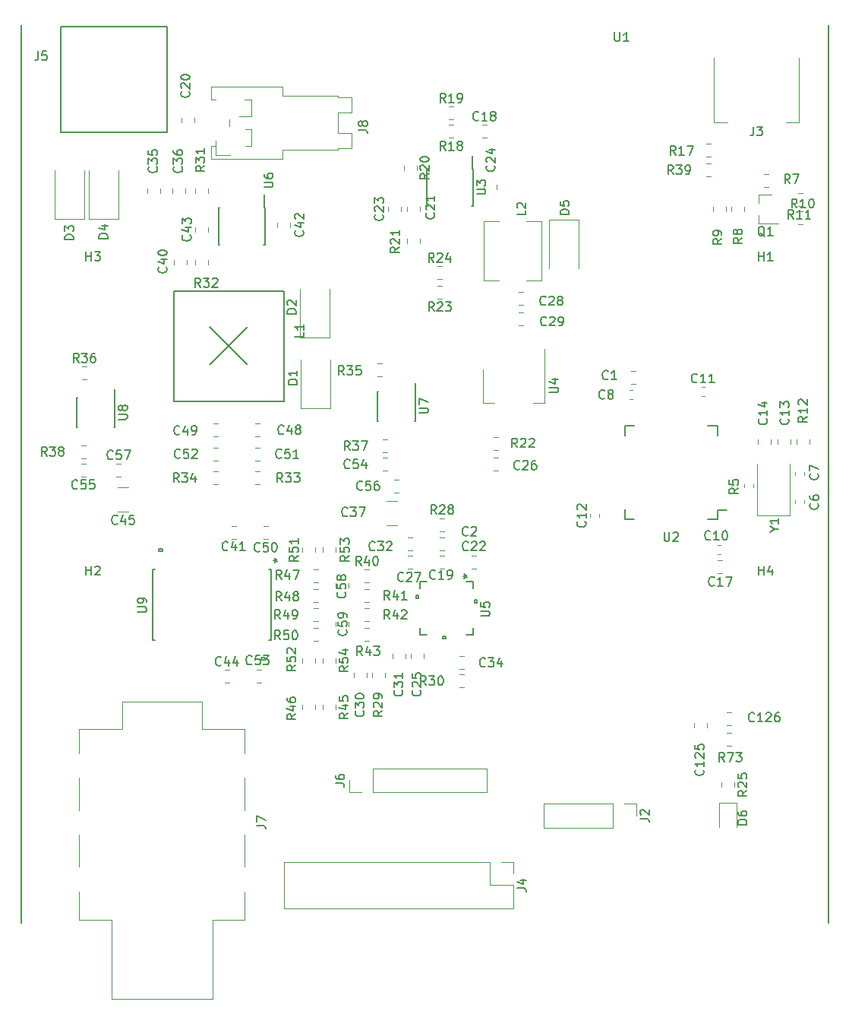
<source format=gbr>
G04 #@! TF.GenerationSoftware,KiCad,Pcbnew,5.0.2+dfsg1-1*
G04 #@! TF.CreationDate,2021-02-28T17:02:00+08:00*
G04 #@! TF.ProjectId,digital-amplifier2,64696769-7461-46c2-9d61-6d706c696669,rev?*
G04 #@! TF.SameCoordinates,Original*
G04 #@! TF.FileFunction,Legend,Top*
G04 #@! TF.FilePolarity,Positive*
%FSLAX46Y46*%
G04 Gerber Fmt 4.6, Leading zero omitted, Abs format (unit mm)*
G04 Created by KiCad (PCBNEW 5.0.2+dfsg1-1) date 2021年02月28日 星期日 17时02分00秒*
%MOMM*%
%LPD*%
G01*
G04 APERTURE LIST*
%ADD10C,0.200000*%
%ADD11C,0.150000*%
%ADD12C,0.152400*%
%ADD13C,0.120000*%
G04 APERTURE END LIST*
D10*
X52000000Y-50000000D02*
X52000000Y-150000000D01*
X142000000Y-50000000D02*
X142000000Y-150000000D01*
D11*
G04 #@! TO.C,J5*
X56388000Y-50210720D02*
X56390540Y-50208180D01*
X68237100Y-50208180D02*
X56390540Y-50208180D01*
X68237100Y-61965840D02*
X68237100Y-50208180D01*
X56380380Y-61965840D02*
X68237100Y-61965840D01*
X56380380Y-50203100D02*
X56380380Y-61965840D01*
D12*
G04 #@! TO.C,U9*
X79184500Y-120479299D02*
X79184500Y-120733299D01*
X78803500Y-120479299D02*
X79184500Y-120479299D01*
X78803500Y-120733299D02*
X78803500Y-120479299D01*
X79184500Y-120733299D02*
X78803500Y-120733299D01*
X67754500Y-108628701D02*
X67754500Y-108374701D01*
X67373500Y-108628701D02*
X67754500Y-108628701D01*
X67373500Y-108374701D02*
X67373500Y-108628701D01*
X67754500Y-108374701D02*
X67373500Y-108374701D01*
X79605740Y-118478300D02*
X79883000Y-118478300D01*
X66952260Y-110629700D02*
X66675000Y-110629700D01*
X79883000Y-110629700D02*
X79605740Y-110629700D01*
X79883000Y-118478300D02*
X79883000Y-110629700D01*
X66675000Y-118478300D02*
X66952260Y-118478300D01*
X66675000Y-110629700D02*
X66675000Y-118478300D01*
G04 #@! TO.C,U5*
X102594999Y-114375311D02*
X102594999Y-113994311D01*
X102848999Y-114375311D02*
X102594999Y-114375311D01*
X102848999Y-113994311D02*
X102848999Y-114375311D01*
X102594999Y-113994311D02*
X102848999Y-113994311D01*
X99381501Y-118088999D02*
X99381501Y-118342999D01*
X99000500Y-118088999D02*
X99381501Y-118088999D01*
X99000500Y-118342999D02*
X99000500Y-118088999D01*
X99381501Y-118342999D02*
X99000500Y-118342999D01*
X96287001Y-113875185D02*
X96287001Y-113494185D01*
X96033001Y-113875185D02*
X96287001Y-113875185D01*
X96033001Y-113494185D02*
X96033001Y-113875185D01*
X96287001Y-113494185D02*
X96033001Y-113494185D01*
X102397001Y-112716566D02*
X102397001Y-111978999D01*
X101658992Y-117891001D02*
X102397001Y-117891001D01*
X96484999Y-117153434D02*
X96484999Y-117891001D01*
X97223008Y-111978999D02*
X96484999Y-111978999D01*
X102397001Y-111978999D02*
X101658992Y-111978999D01*
X102397001Y-117891001D02*
X102397001Y-117153434D01*
X96484999Y-117891001D02*
X97223008Y-117891001D01*
X96484999Y-111978999D02*
X96484999Y-112716566D01*
D13*
G04 #@! TO.C,C2*
X98674422Y-108533000D02*
X99191578Y-108533000D01*
X98674422Y-107113000D02*
X99191578Y-107113000D01*
G04 #@! TO.C,J7*
X73324000Y-149631000D02*
X73324000Y-158481000D01*
X62084000Y-158481000D02*
X73324000Y-158481000D01*
X62084000Y-149631000D02*
X62084000Y-158481000D01*
X63234000Y-125391000D02*
X63234000Y-128391000D01*
X58484000Y-149631000D02*
X62084000Y-149631000D01*
X76924000Y-149631000D02*
X76924000Y-146511000D01*
X58484000Y-149631000D02*
X58484000Y-146511000D01*
X58484000Y-131111000D02*
X58484000Y-128391000D01*
X58484000Y-137461000D02*
X58484000Y-133861000D01*
X58484000Y-143761000D02*
X58484000Y-140161000D01*
X76924000Y-140161000D02*
X76924000Y-143761000D01*
X76924000Y-133861000D02*
X76924000Y-137461000D01*
X76924000Y-128391000D02*
X76924000Y-131111000D01*
X58484000Y-128391000D02*
X63234000Y-128391000D01*
X63274000Y-125391000D02*
X72174000Y-125391000D01*
X72174000Y-125391000D02*
X72174000Y-128391000D01*
X72174000Y-128391000D02*
X76924000Y-128391000D01*
X73324000Y-149631000D02*
X76924000Y-149631000D01*
G04 #@! TO.C,J3*
X130735000Y-60869000D02*
X129235000Y-60869000D01*
X129235000Y-60869000D02*
X129235000Y-53609000D01*
X138735000Y-60869000D02*
X138735000Y-53609000D01*
X138735000Y-60869000D02*
X137235000Y-60869000D01*
G04 #@! TO.C,C19*
X98674422Y-110565000D02*
X99191578Y-110565000D01*
X98674422Y-109145000D02*
X99191578Y-109145000D01*
G04 #@! TO.C,C25*
X95429000Y-120527578D02*
X95429000Y-120010422D01*
X96849000Y-120527578D02*
X96849000Y-120010422D01*
G04 #@! TO.C,C30*
X89079000Y-122169422D02*
X89079000Y-122686578D01*
X90499000Y-122169422D02*
X90499000Y-122686578D01*
G04 #@! TO.C,C31*
X94817000Y-120010422D02*
X94817000Y-120527578D01*
X93397000Y-120010422D02*
X93397000Y-120527578D01*
G04 #@! TO.C,C32*
X95118422Y-108533000D02*
X95635578Y-108533000D01*
X95118422Y-107113000D02*
X95635578Y-107113000D01*
G04 #@! TO.C,C22*
X102747578Y-110565000D02*
X102230422Y-110565000D01*
X102747578Y-109145000D02*
X102230422Y-109145000D01*
G04 #@! TO.C,C44*
X74671422Y-121845000D02*
X75188578Y-121845000D01*
X74671422Y-123265000D02*
X75188578Y-123265000D01*
G04 #@! TO.C,C43*
X72846000Y-73029578D02*
X72846000Y-72512422D01*
X71426000Y-73029578D02*
X71426000Y-72512422D01*
G04 #@! TO.C,C42*
X80570000Y-72521578D02*
X80570000Y-72004422D01*
X81990000Y-72521578D02*
X81990000Y-72004422D01*
G04 #@! TO.C,C51*
X78617578Y-98500000D02*
X78100422Y-98500000D01*
X78617578Y-97080000D02*
X78100422Y-97080000D01*
G04 #@! TO.C,C52*
X73918578Y-97080000D02*
X73401422Y-97080000D01*
X73918578Y-98500000D02*
X73401422Y-98500000D01*
G04 #@! TO.C,C53*
X78744578Y-123265000D02*
X78227422Y-123265000D01*
X78744578Y-121845000D02*
X78227422Y-121845000D01*
G04 #@! TO.C,C54*
X92324422Y-99643000D02*
X92841578Y-99643000D01*
X92324422Y-98223000D02*
X92841578Y-98223000D01*
G04 #@! TO.C,C55*
X59186578Y-100278000D02*
X58669422Y-100278000D01*
X59186578Y-98858000D02*
X58669422Y-98858000D01*
G04 #@! TO.C,C56*
X94111578Y-100636000D02*
X93594422Y-100636000D01*
X94111578Y-102056000D02*
X93594422Y-102056000D01*
G04 #@! TO.C,C57*
X62606422Y-98858000D02*
X63123578Y-98858000D01*
X62606422Y-100278000D02*
X63123578Y-100278000D01*
G04 #@! TO.C,C58*
X87047000Y-112136422D02*
X87047000Y-112653578D01*
X88467000Y-112136422D02*
X88467000Y-112653578D01*
G04 #@! TO.C,C59*
X87047000Y-116971578D02*
X87047000Y-116454422D01*
X88467000Y-116971578D02*
X88467000Y-116454422D01*
G04 #@! TO.C,C45*
X63975064Y-101510000D02*
X62770936Y-101510000D01*
X63975064Y-104230000D02*
X62770936Y-104230000D01*
G04 #@! TO.C,C37*
X93947064Y-105754000D02*
X92742936Y-105754000D01*
X93947064Y-103034000D02*
X92742936Y-103034000D01*
G04 #@! TO.C,J8*
X81121000Y-63875000D02*
X87321000Y-63875000D01*
X87321000Y-63875000D02*
X87321000Y-63685000D01*
X73711000Y-58335000D02*
X73201000Y-58335000D01*
X73201000Y-58335000D02*
X73201000Y-56845000D01*
X73201000Y-56845000D02*
X81121000Y-56845000D01*
X81121000Y-56845000D02*
X81121000Y-57895000D01*
X77701000Y-58335000D02*
X76911000Y-58335000D01*
X81121000Y-63875000D02*
X81121000Y-64925000D01*
X81121000Y-64925000D02*
X73201000Y-64925000D01*
X73201000Y-64925000D02*
X73201000Y-63435000D01*
X73201000Y-63435000D02*
X73701000Y-63435000D01*
X77011000Y-63435000D02*
X77701000Y-63435000D01*
X87321000Y-58085000D02*
X87321000Y-57895000D01*
X87321000Y-57895000D02*
X81121000Y-57895000D01*
X77701000Y-63445000D02*
X77701000Y-61605000D01*
X77701000Y-60165000D02*
X77701000Y-58325000D01*
X87321000Y-63685000D02*
X88821000Y-63685000D01*
X88821000Y-63685000D02*
X88821000Y-62045000D01*
X88821000Y-62045000D02*
X87321000Y-62045000D01*
X77701000Y-61605000D02*
X77011000Y-61605000D01*
X75201000Y-61255000D02*
X75201000Y-60515000D01*
X76311000Y-60165000D02*
X77701000Y-60165000D01*
X87321000Y-59725000D02*
X88821000Y-59725000D01*
X88821000Y-59725000D02*
X88821000Y-58085000D01*
X88821000Y-58085000D02*
X87321000Y-58085000D01*
X87321000Y-62045000D02*
X87321000Y-59725000D01*
X73701000Y-62865000D02*
X73701000Y-64475000D01*
X73701000Y-64475000D02*
X75311000Y-64475000D01*
G04 #@! TO.C,J6*
X103946000Y-135442000D02*
X103946000Y-132782000D01*
X91186000Y-135442000D02*
X103946000Y-135442000D01*
X91186000Y-132782000D02*
X103946000Y-132782000D01*
X91186000Y-135442000D02*
X91186000Y-132782000D01*
X89916000Y-135442000D02*
X88586000Y-135442000D01*
X88586000Y-135442000D02*
X88586000Y-134112000D01*
D11*
G04 #@! TO.C,U7*
X95978000Y-90831000D02*
X95978000Y-89906000D01*
X91728000Y-90831000D02*
X91728000Y-94081000D01*
X95978000Y-90831000D02*
X95978000Y-94081000D01*
X91728000Y-90831000D02*
X91793000Y-90831000D01*
X91728000Y-94081000D02*
X91793000Y-94081000D01*
X95978000Y-94081000D02*
X95913000Y-94081000D01*
G04 #@! TO.C,U8*
X62450000Y-94770000D02*
X62385000Y-94770000D01*
X58200000Y-94770000D02*
X58265000Y-94770000D01*
X58200000Y-91520000D02*
X58265000Y-91520000D01*
X62450000Y-91520000D02*
X62450000Y-94770000D01*
X58200000Y-91520000D02*
X58200000Y-94770000D01*
X62450000Y-91520000D02*
X62450000Y-90595000D01*
G04 #@! TO.C,U6*
X79156000Y-70315000D02*
X79106000Y-70315000D01*
X79156000Y-74465000D02*
X79011000Y-74465000D01*
X74006000Y-74465000D02*
X74151000Y-74465000D01*
X74006000Y-70315000D02*
X74151000Y-70315000D01*
X79156000Y-70315000D02*
X79156000Y-74465000D01*
X74006000Y-70315000D02*
X74006000Y-74465000D01*
X79106000Y-70315000D02*
X79106000Y-68915000D01*
D13*
G04 #@! TO.C,R30*
X101350578Y-122353000D02*
X100833422Y-122353000D01*
X101350578Y-123773000D02*
X100833422Y-123773000D01*
G04 #@! TO.C,R29*
X92531000Y-122169422D02*
X92531000Y-122686578D01*
X91111000Y-122169422D02*
X91111000Y-122686578D01*
G04 #@! TO.C,R28*
X98674422Y-106374000D02*
X99191578Y-106374000D01*
X98674422Y-104954000D02*
X99191578Y-104954000D01*
G04 #@! TO.C,R45*
X85650000Y-125725422D02*
X85650000Y-126242578D01*
X87070000Y-125725422D02*
X87070000Y-126242578D01*
G04 #@! TO.C,R40*
X90292422Y-110669000D02*
X90809578Y-110669000D01*
X90292422Y-112089000D02*
X90809578Y-112089000D01*
G04 #@! TO.C,R41*
X90292422Y-114248000D02*
X90809578Y-114248000D01*
X90292422Y-112828000D02*
X90809578Y-112828000D01*
G04 #@! TO.C,R42*
X90292422Y-114987000D02*
X90809578Y-114987000D01*
X90292422Y-116407000D02*
X90809578Y-116407000D01*
G04 #@! TO.C,R43*
X90292422Y-118566000D02*
X90809578Y-118566000D01*
X90292422Y-117146000D02*
X90809578Y-117146000D01*
G04 #@! TO.C,R46*
X83364000Y-125725422D02*
X83364000Y-126242578D01*
X84784000Y-125725422D02*
X84784000Y-126242578D01*
G04 #@! TO.C,R47*
X84577422Y-110669000D02*
X85094578Y-110669000D01*
X84577422Y-112089000D02*
X85094578Y-112089000D01*
G04 #@! TO.C,R54*
X85650000Y-120518422D02*
X85650000Y-121035578D01*
X87070000Y-120518422D02*
X87070000Y-121035578D01*
G04 #@! TO.C,R53*
X85650000Y-108716578D02*
X85650000Y-108199422D01*
X87070000Y-108716578D02*
X87070000Y-108199422D01*
G04 #@! TO.C,R52*
X83364000Y-120518422D02*
X83364000Y-121035578D01*
X84784000Y-120518422D02*
X84784000Y-121035578D01*
G04 #@! TO.C,R51*
X83364000Y-108716578D02*
X83364000Y-108199422D01*
X84784000Y-108716578D02*
X84784000Y-108199422D01*
G04 #@! TO.C,R50*
X84577422Y-118566000D02*
X85094578Y-118566000D01*
X84577422Y-117146000D02*
X85094578Y-117146000D01*
G04 #@! TO.C,R49*
X84577422Y-114987000D02*
X85094578Y-114987000D01*
X84577422Y-116407000D02*
X85094578Y-116407000D01*
G04 #@! TO.C,R48*
X84577422Y-112828000D02*
X85094578Y-112828000D01*
X84577422Y-114248000D02*
X85094578Y-114248000D01*
D11*
G04 #@! TO.C,L1*
X73042780Y-87779860D02*
X73063100Y-87779860D01*
X77249020Y-83593940D02*
X73063100Y-87779860D01*
X77139800Y-87759540D02*
X77139800Y-87729060D01*
X73052940Y-83642200D02*
X77139800Y-87729060D01*
X81295240Y-91946780D02*
X81295240Y-79646780D01*
X68995240Y-91946780D02*
X81295240Y-91946780D01*
X68995240Y-79646780D02*
X68995240Y-91946780D01*
X81295240Y-79646780D02*
X68995240Y-79646780D01*
D13*
G04 #@! TO.C,R17*
X128909578Y-63234500D02*
X128392422Y-63234500D01*
X128909578Y-64654500D02*
X128392422Y-64654500D01*
G04 #@! TO.C,R39*
X128909578Y-66813500D02*
X128392422Y-66813500D01*
X128909578Y-65393500D02*
X128392422Y-65393500D01*
G04 #@! TO.C,C36*
X68886000Y-68194422D02*
X68886000Y-68711578D01*
X70306000Y-68194422D02*
X70306000Y-68711578D01*
G04 #@! TO.C,C35*
X67512000Y-68194422D02*
X67512000Y-68711578D01*
X66092000Y-68194422D02*
X66092000Y-68711578D01*
G04 #@! TO.C,C34*
X101350578Y-120321000D02*
X100833422Y-120321000D01*
X101350578Y-121741000D02*
X100833422Y-121741000D01*
G04 #@! TO.C,C40*
X69013000Y-76712578D02*
X69013000Y-76195422D01*
X70433000Y-76712578D02*
X70433000Y-76195422D01*
G04 #@! TO.C,C50*
X79506578Y-105843000D02*
X78989422Y-105843000D01*
X79506578Y-107263000D02*
X78989422Y-107263000D01*
G04 #@! TO.C,C49*
X73918578Y-95833000D02*
X73401422Y-95833000D01*
X73918578Y-94413000D02*
X73401422Y-94413000D01*
G04 #@! TO.C,C48*
X78617578Y-94413000D02*
X78100422Y-94413000D01*
X78617578Y-95833000D02*
X78100422Y-95833000D01*
G04 #@! TO.C,C41*
X75433422Y-105843000D02*
X75950578Y-105843000D01*
X75433422Y-107263000D02*
X75950578Y-107263000D01*
G04 #@! TO.C,D2*
X83059000Y-84807000D02*
X86359000Y-84807000D01*
X86359000Y-84807000D02*
X86359000Y-79407000D01*
X83059000Y-84807000D02*
X83059000Y-79407000D01*
G04 #@! TO.C,R31*
X71426000Y-68194422D02*
X71426000Y-68711578D01*
X72846000Y-68194422D02*
X72846000Y-68711578D01*
G04 #@! TO.C,R32*
X71426000Y-76712578D02*
X71426000Y-76195422D01*
X72846000Y-76712578D02*
X72846000Y-76195422D01*
G04 #@! TO.C,R33*
X78617578Y-99747000D02*
X78100422Y-99747000D01*
X78617578Y-101167000D02*
X78100422Y-101167000D01*
G04 #@! TO.C,R34*
X73918578Y-101167000D02*
X73401422Y-101167000D01*
X73918578Y-99747000D02*
X73401422Y-99747000D01*
G04 #@! TO.C,R35*
X92206578Y-87682000D02*
X91689422Y-87682000D01*
X92206578Y-89102000D02*
X91689422Y-89102000D01*
G04 #@! TO.C,R37*
X92324422Y-96191000D02*
X92841578Y-96191000D01*
X92324422Y-97611000D02*
X92841578Y-97611000D01*
G04 #@! TO.C,R38*
X59186578Y-96826000D02*
X58669422Y-96826000D01*
X59186578Y-98246000D02*
X58669422Y-98246000D01*
G04 #@! TO.C,R36*
X58796422Y-88063000D02*
X59313578Y-88063000D01*
X58796422Y-89483000D02*
X59313578Y-89483000D01*
G04 #@! TO.C,C6*
X138301000Y-102961221D02*
X138301000Y-103286779D01*
X139321000Y-102961221D02*
X139321000Y-103286779D01*
G04 #@! TO.C,C7*
X138301000Y-100111779D02*
X138301000Y-99786221D01*
X139321000Y-100111779D02*
X139321000Y-99786221D01*
G04 #@! TO.C,R5*
X133606000Y-101183221D02*
X133606000Y-101508779D01*
X132586000Y-101183221D02*
X132586000Y-101508779D01*
G04 #@! TO.C,C17*
X130179578Y-111073000D02*
X129662422Y-111073000D01*
X130179578Y-109653000D02*
X129662422Y-109653000D01*
G04 #@! TO.C,C12*
X116461000Y-104810779D02*
X116461000Y-104485221D01*
X115441000Y-104810779D02*
X115441000Y-104485221D01*
G04 #@! TO.C,C11*
X127853221Y-90295000D02*
X128178779Y-90295000D01*
X127853221Y-91315000D02*
X128178779Y-91315000D01*
G04 #@! TO.C,C10*
X129956779Y-107948000D02*
X129631221Y-107948000D01*
X129956779Y-108968000D02*
X129631221Y-108968000D01*
G04 #@! TO.C,C8*
X120177779Y-91696000D02*
X119852221Y-91696000D01*
X120177779Y-90676000D02*
X119852221Y-90676000D01*
G04 #@! TO.C,Q1*
X134241000Y-68905000D02*
X134241000Y-69835000D01*
X134241000Y-72065000D02*
X134241000Y-71135000D01*
X134241000Y-72065000D02*
X136401000Y-72065000D01*
X134241000Y-68905000D02*
X135701000Y-68905000D01*
G04 #@! TO.C,D5*
X114172000Y-71657000D02*
X110872000Y-71657000D01*
X110872000Y-71657000D02*
X110872000Y-77057000D01*
X114172000Y-71657000D02*
X114172000Y-77057000D01*
G04 #@! TO.C,D4*
X59553948Y-71608041D02*
X59553948Y-66208041D01*
X62853948Y-71608041D02*
X62853948Y-66208041D01*
X59553948Y-71608041D02*
X62853948Y-71608041D01*
G04 #@! TO.C,D1*
X83186000Y-92681000D02*
X83186000Y-87281000D01*
X86486000Y-92681000D02*
X86486000Y-87281000D01*
X83186000Y-92681000D02*
X86486000Y-92681000D01*
G04 #@! TO.C,D3*
X55743948Y-71608041D02*
X59043948Y-71608041D01*
X59043948Y-71608041D02*
X59043948Y-66208041D01*
X55743948Y-71608041D02*
X55743948Y-66208041D01*
G04 #@! TO.C,C1*
X120527578Y-89991000D02*
X120010422Y-89991000D01*
X120527578Y-88571000D02*
X120010422Y-88571000D01*
G04 #@! TO.C,C13*
X137743000Y-96134422D02*
X137743000Y-96651578D01*
X136323000Y-96134422D02*
X136323000Y-96651578D01*
G04 #@! TO.C,C18*
X103373422Y-61139000D02*
X103890578Y-61139000D01*
X103373422Y-62559000D02*
X103890578Y-62559000D01*
G04 #@! TO.C,C20*
X71322000Y-60320422D02*
X71322000Y-60837578D01*
X69902000Y-60320422D02*
X69902000Y-60837578D01*
G04 #@! TO.C,C21*
X96468000Y-70743578D02*
X96468000Y-70226422D01*
X95048000Y-70743578D02*
X95048000Y-70226422D01*
G04 #@! TO.C,C23*
X94309000Y-70743578D02*
X94309000Y-70226422D01*
X92889000Y-70743578D02*
X92889000Y-70226422D01*
G04 #@! TO.C,C24*
X103557000Y-68330578D02*
X103557000Y-67813422D01*
X104977000Y-68330578D02*
X104977000Y-67813422D01*
G04 #@! TO.C,C27*
X95118422Y-109145000D02*
X95635578Y-109145000D01*
X95118422Y-110565000D02*
X95635578Y-110565000D01*
G04 #@! TO.C,C28*
X107468097Y-81166401D02*
X107985253Y-81166401D01*
X107468097Y-79746401D02*
X107985253Y-79746401D01*
G04 #@! TO.C,C29*
X107468097Y-82032401D02*
X107985253Y-82032401D01*
X107468097Y-83452401D02*
X107985253Y-83452401D01*
G04 #@! TO.C,C14*
X134164000Y-96134422D02*
X134164000Y-96651578D01*
X135584000Y-96134422D02*
X135584000Y-96651578D01*
G04 #@! TO.C,C26*
X105160578Y-99643000D02*
X104643422Y-99643000D01*
X105160578Y-98223000D02*
X104643422Y-98223000D01*
G04 #@! TO.C,C125*
X128472000Y-128274578D02*
X128472000Y-127757422D01*
X127052000Y-128274578D02*
X127052000Y-127757422D01*
G04 #@! TO.C,C126*
X131195578Y-126544000D02*
X130678422Y-126544000D01*
X131195578Y-127964000D02*
X130678422Y-127964000D01*
G04 #@! TO.C,J2*
X110303000Y-136719000D02*
X110303000Y-139379000D01*
X117983000Y-136719000D02*
X110303000Y-136719000D01*
X117983000Y-139379000D02*
X110303000Y-139379000D01*
X117983000Y-136719000D02*
X117983000Y-139379000D01*
X119253000Y-136719000D02*
X120583000Y-136719000D01*
X120583000Y-136719000D02*
X120583000Y-138049000D01*
G04 #@! TO.C,J4*
X81347000Y-143196000D02*
X81347000Y-148396000D01*
X104267000Y-143196000D02*
X81347000Y-143196000D01*
X106867000Y-148396000D02*
X81347000Y-148396000D01*
X104267000Y-143196000D02*
X104267000Y-145796000D01*
X104267000Y-145796000D02*
X106867000Y-145796000D01*
X106867000Y-145796000D02*
X106867000Y-148396000D01*
X105537000Y-143196000D02*
X106867000Y-143196000D01*
X106867000Y-143196000D02*
X106867000Y-144526000D01*
G04 #@! TO.C,Y1*
X134090000Y-98849200D02*
X134090000Y-104599200D01*
X134090000Y-104599200D02*
X137690000Y-104599200D01*
X137690000Y-104599200D02*
X137690000Y-98849200D01*
G04 #@! TO.C,L2*
X105307000Y-78484000D02*
X103607000Y-78484000D01*
X103607000Y-78484000D02*
X103607000Y-71884000D01*
X103607000Y-71884000D02*
X105307000Y-71884000D01*
X108307000Y-71884000D02*
X110007000Y-71884000D01*
X110007000Y-71884000D02*
X110007000Y-78484000D01*
X110007000Y-78484000D02*
X108307000Y-78484000D01*
G04 #@! TO.C,D6*
X131770000Y-139303000D02*
X131770000Y-136618000D01*
X131770000Y-136618000D02*
X129850000Y-136618000D01*
X129850000Y-136618000D02*
X129850000Y-139303000D01*
D11*
G04 #@! TO.C,U2*
X129635000Y-104997000D02*
X129635000Y-103997000D01*
X119285000Y-104997000D02*
X119285000Y-103922000D01*
X119285000Y-94647000D02*
X119285000Y-95722000D01*
X129635000Y-94647000D02*
X129635000Y-95722000D01*
X129635000Y-104997000D02*
X128560000Y-104997000D01*
X129635000Y-94647000D02*
X128560000Y-94647000D01*
X119285000Y-94647000D02*
X120360000Y-94647000D01*
X119285000Y-104997000D02*
X120360000Y-104997000D01*
X129635000Y-103997000D02*
X130660000Y-103997000D01*
G04 #@! TO.C,U3*
X102347000Y-65997000D02*
X102347000Y-64597000D01*
X97247000Y-65997000D02*
X97247000Y-70147000D01*
X102397000Y-65997000D02*
X102397000Y-70147000D01*
X97247000Y-65997000D02*
X97392000Y-65997000D01*
X97247000Y-70147000D02*
X97392000Y-70147000D01*
X102397000Y-70147000D02*
X102252000Y-70147000D01*
X102397000Y-65997000D02*
X102347000Y-65997000D01*
D13*
G04 #@! TO.C,U4*
X103524000Y-92080000D02*
X104784000Y-92080000D01*
X110344000Y-92080000D02*
X109084000Y-92080000D01*
X103524000Y-88320000D02*
X103524000Y-92080000D01*
X110344000Y-86070000D02*
X110344000Y-92080000D01*
G04 #@! TO.C,R20*
X96087000Y-65654422D02*
X96087000Y-66171578D01*
X94667000Y-65654422D02*
X94667000Y-66171578D01*
G04 #@! TO.C,R12*
X139902000Y-96651578D02*
X139902000Y-96134422D01*
X138482000Y-96651578D02*
X138482000Y-96134422D01*
G04 #@! TO.C,R18*
X100207578Y-61139000D02*
X99690422Y-61139000D01*
X100207578Y-62559000D02*
X99690422Y-62559000D01*
G04 #@! TO.C,R19*
X99690422Y-59107000D02*
X100207578Y-59107000D01*
X99690422Y-60527000D02*
X100207578Y-60527000D01*
G04 #@! TO.C,R21*
X95048000Y-74299578D02*
X95048000Y-73782422D01*
X96468000Y-74299578D02*
X96468000Y-73782422D01*
G04 #@! TO.C,R22*
X105160578Y-95937000D02*
X104643422Y-95937000D01*
X105160578Y-97357000D02*
X104643422Y-97357000D01*
G04 #@! TO.C,R23*
X98937578Y-80466000D02*
X98420422Y-80466000D01*
X98937578Y-79046000D02*
X98420422Y-79046000D01*
G04 #@! TO.C,R24*
X98398524Y-78307000D02*
X98915680Y-78307000D01*
X98398524Y-76887000D02*
X98915680Y-76887000D01*
G04 #@! TO.C,R25*
X131520000Y-134361422D02*
X131520000Y-134878578D01*
X130100000Y-134361422D02*
X130100000Y-134878578D01*
G04 #@! TO.C,R11*
X138615922Y-70179000D02*
X139133078Y-70179000D01*
X138615922Y-68759000D02*
X139133078Y-68759000D01*
G04 #@! TO.C,R73*
X130678422Y-128830000D02*
X131195578Y-128830000D01*
X130678422Y-130250000D02*
X131195578Y-130250000D01*
G04 #@! TO.C,R10*
X139133078Y-70791000D02*
X138615922Y-70791000D01*
X139133078Y-72211000D02*
X138615922Y-72211000D01*
G04 #@! TO.C,R8*
X132599500Y-70743578D02*
X132599500Y-70226422D01*
X131179500Y-70743578D02*
X131179500Y-70226422D01*
G04 #@! TO.C,R7*
X134820922Y-66600000D02*
X135338078Y-66600000D01*
X134820922Y-68020000D02*
X135338078Y-68020000D01*
G04 #@! TO.C,R9*
X130554800Y-70730878D02*
X130554800Y-70213722D01*
X129134800Y-70730878D02*
X129134800Y-70213722D01*
G04 #@! TO.C,J5*
D11*
X53895666Y-52919380D02*
X53895666Y-53633666D01*
X53848047Y-53776523D01*
X53752809Y-53871761D01*
X53609952Y-53919380D01*
X53514714Y-53919380D01*
X54848047Y-52919380D02*
X54371857Y-52919380D01*
X54324238Y-53395571D01*
X54371857Y-53347952D01*
X54467095Y-53300333D01*
X54705190Y-53300333D01*
X54800428Y-53347952D01*
X54848047Y-53395571D01*
X54895666Y-53490809D01*
X54895666Y-53728904D01*
X54848047Y-53824142D01*
X54800428Y-53871761D01*
X54705190Y-53919380D01*
X54467095Y-53919380D01*
X54371857Y-53871761D01*
X54324238Y-53824142D01*
G04 #@! TO.C,U9*
X64989460Y-115379404D02*
X65798984Y-115379404D01*
X65894222Y-115331785D01*
X65941841Y-115284166D01*
X65989460Y-115188928D01*
X65989460Y-114998452D01*
X65941841Y-114903214D01*
X65894222Y-114855595D01*
X65798984Y-114807976D01*
X64989460Y-114807976D01*
X65989460Y-114284166D02*
X65989460Y-114093690D01*
X65941841Y-113998452D01*
X65894222Y-113950833D01*
X65751365Y-113855595D01*
X65560889Y-113807976D01*
X65179937Y-113807976D01*
X65084699Y-113855595D01*
X65037080Y-113903214D01*
X64989460Y-113998452D01*
X64989460Y-114188928D01*
X65037080Y-114284166D01*
X65084699Y-114331785D01*
X65179937Y-114379404D01*
X65418032Y-114379404D01*
X65513270Y-114331785D01*
X65560889Y-114284166D01*
X65608508Y-114188928D01*
X65608508Y-113998452D01*
X65560889Y-113903214D01*
X65513270Y-113855595D01*
X65418032Y-113807976D01*
X80147380Y-109613700D02*
X80385476Y-109613700D01*
X80290238Y-109851795D02*
X80385476Y-109613700D01*
X80290238Y-109375604D01*
X80575952Y-109756557D02*
X80385476Y-109613700D01*
X80575952Y-109470842D01*
X80147380Y-109613700D02*
X80385476Y-109613700D01*
X80290238Y-109851795D02*
X80385476Y-109613700D01*
X80290238Y-109375604D01*
X80575952Y-109756557D02*
X80385476Y-109613700D01*
X80575952Y-109470842D01*
G04 #@! TO.C,U5*
X103236780Y-115821364D02*
X104046304Y-115821364D01*
X104141542Y-115773745D01*
X104189161Y-115726126D01*
X104236780Y-115630888D01*
X104236780Y-115440412D01*
X104189161Y-115345174D01*
X104141542Y-115297555D01*
X104046304Y-115249936D01*
X103236780Y-115249936D01*
X103236780Y-114297555D02*
X103236780Y-114773745D01*
X103712971Y-114821364D01*
X103665352Y-114773745D01*
X103617733Y-114678507D01*
X103617733Y-114440412D01*
X103665352Y-114345174D01*
X103712971Y-114297555D01*
X103808209Y-114249936D01*
X104046304Y-114249936D01*
X104141542Y-114297555D01*
X104189161Y-114345174D01*
X104236780Y-114440412D01*
X104236780Y-114678507D01*
X104189161Y-114773745D01*
X104141542Y-114821364D01*
X101274380Y-111400000D02*
X101512476Y-111400000D01*
X101417238Y-111638095D02*
X101512476Y-111400000D01*
X101417238Y-111161904D01*
X101702952Y-111542857D02*
X101512476Y-111400000D01*
X101702952Y-111257142D01*
X101274380Y-111400000D02*
X101512476Y-111400000D01*
X101417238Y-111638095D02*
X101512476Y-111400000D01*
X101417238Y-111161904D01*
X101702952Y-111542857D02*
X101512476Y-111400000D01*
X101702952Y-111257142D01*
G04 #@! TO.C,C2*
X101814333Y-106783142D02*
X101766714Y-106830761D01*
X101623857Y-106878380D01*
X101528619Y-106878380D01*
X101385761Y-106830761D01*
X101290523Y-106735523D01*
X101242904Y-106640285D01*
X101195285Y-106449809D01*
X101195285Y-106306952D01*
X101242904Y-106116476D01*
X101290523Y-106021238D01*
X101385761Y-105926000D01*
X101528619Y-105878380D01*
X101623857Y-105878380D01*
X101766714Y-105926000D01*
X101814333Y-105973619D01*
X102195285Y-105973619D02*
X102242904Y-105926000D01*
X102338142Y-105878380D01*
X102576238Y-105878380D01*
X102671476Y-105926000D01*
X102719095Y-105973619D01*
X102766714Y-106068857D01*
X102766714Y-106164095D01*
X102719095Y-106306952D01*
X102147666Y-106878380D01*
X102766714Y-106878380D01*
G04 #@! TO.C,J7*
X78271380Y-139144333D02*
X78985666Y-139144333D01*
X79128523Y-139191952D01*
X79223761Y-139287190D01*
X79271380Y-139430047D01*
X79271380Y-139525285D01*
X78271380Y-138763380D02*
X78271380Y-138096714D01*
X79271380Y-138525285D01*
G04 #@! TO.C,J3*
X133651666Y-61311380D02*
X133651666Y-62025666D01*
X133604047Y-62168523D01*
X133508809Y-62263761D01*
X133365952Y-62311380D01*
X133270714Y-62311380D01*
X134032619Y-61311380D02*
X134651666Y-61311380D01*
X134318333Y-61692333D01*
X134461190Y-61692333D01*
X134556428Y-61739952D01*
X134604047Y-61787571D01*
X134651666Y-61882809D01*
X134651666Y-62120904D01*
X134604047Y-62216142D01*
X134556428Y-62263761D01*
X134461190Y-62311380D01*
X134175476Y-62311380D01*
X134080238Y-62263761D01*
X134032619Y-62216142D01*
G04 #@! TO.C,C19*
X98163142Y-111609142D02*
X98115523Y-111656761D01*
X97972666Y-111704380D01*
X97877428Y-111704380D01*
X97734571Y-111656761D01*
X97639333Y-111561523D01*
X97591714Y-111466285D01*
X97544095Y-111275809D01*
X97544095Y-111132952D01*
X97591714Y-110942476D01*
X97639333Y-110847238D01*
X97734571Y-110752000D01*
X97877428Y-110704380D01*
X97972666Y-110704380D01*
X98115523Y-110752000D01*
X98163142Y-110799619D01*
X99115523Y-111704380D02*
X98544095Y-111704380D01*
X98829809Y-111704380D02*
X98829809Y-110704380D01*
X98734571Y-110847238D01*
X98639333Y-110942476D01*
X98544095Y-110990095D01*
X99591714Y-111704380D02*
X99782190Y-111704380D01*
X99877428Y-111656761D01*
X99925047Y-111609142D01*
X100020285Y-111466285D01*
X100067904Y-111275809D01*
X100067904Y-110894857D01*
X100020285Y-110799619D01*
X99972666Y-110752000D01*
X99877428Y-110704380D01*
X99686952Y-110704380D01*
X99591714Y-110752000D01*
X99544095Y-110799619D01*
X99496476Y-110894857D01*
X99496476Y-111132952D01*
X99544095Y-111228190D01*
X99591714Y-111275809D01*
X99686952Y-111323428D01*
X99877428Y-111323428D01*
X99972666Y-111275809D01*
X100020285Y-111228190D01*
X100067904Y-111132952D01*
G04 #@! TO.C,C25*
X96496142Y-124086857D02*
X96543761Y-124134476D01*
X96591380Y-124277333D01*
X96591380Y-124372571D01*
X96543761Y-124515428D01*
X96448523Y-124610666D01*
X96353285Y-124658285D01*
X96162809Y-124705904D01*
X96019952Y-124705904D01*
X95829476Y-124658285D01*
X95734238Y-124610666D01*
X95639000Y-124515428D01*
X95591380Y-124372571D01*
X95591380Y-124277333D01*
X95639000Y-124134476D01*
X95686619Y-124086857D01*
X95686619Y-123705904D02*
X95639000Y-123658285D01*
X95591380Y-123563047D01*
X95591380Y-123324952D01*
X95639000Y-123229714D01*
X95686619Y-123182095D01*
X95781857Y-123134476D01*
X95877095Y-123134476D01*
X96019952Y-123182095D01*
X96591380Y-123753523D01*
X96591380Y-123134476D01*
X95591380Y-122229714D02*
X95591380Y-122705904D01*
X96067571Y-122753523D01*
X96019952Y-122705904D01*
X95972333Y-122610666D01*
X95972333Y-122372571D01*
X96019952Y-122277333D01*
X96067571Y-122229714D01*
X96162809Y-122182095D01*
X96400904Y-122182095D01*
X96496142Y-122229714D01*
X96543761Y-122277333D01*
X96591380Y-122372571D01*
X96591380Y-122610666D01*
X96543761Y-122705904D01*
X96496142Y-122753523D01*
G04 #@! TO.C,C30*
X90146142Y-126372857D02*
X90193761Y-126420476D01*
X90241380Y-126563333D01*
X90241380Y-126658571D01*
X90193761Y-126801428D01*
X90098523Y-126896666D01*
X90003285Y-126944285D01*
X89812809Y-126991904D01*
X89669952Y-126991904D01*
X89479476Y-126944285D01*
X89384238Y-126896666D01*
X89289000Y-126801428D01*
X89241380Y-126658571D01*
X89241380Y-126563333D01*
X89289000Y-126420476D01*
X89336619Y-126372857D01*
X89241380Y-126039523D02*
X89241380Y-125420476D01*
X89622333Y-125753809D01*
X89622333Y-125610952D01*
X89669952Y-125515714D01*
X89717571Y-125468095D01*
X89812809Y-125420476D01*
X90050904Y-125420476D01*
X90146142Y-125468095D01*
X90193761Y-125515714D01*
X90241380Y-125610952D01*
X90241380Y-125896666D01*
X90193761Y-125991904D01*
X90146142Y-126039523D01*
X89241380Y-124801428D02*
X89241380Y-124706190D01*
X89289000Y-124610952D01*
X89336619Y-124563333D01*
X89431857Y-124515714D01*
X89622333Y-124468095D01*
X89860428Y-124468095D01*
X90050904Y-124515714D01*
X90146142Y-124563333D01*
X90193761Y-124610952D01*
X90241380Y-124706190D01*
X90241380Y-124801428D01*
X90193761Y-124896666D01*
X90146142Y-124944285D01*
X90050904Y-124991904D01*
X89860428Y-125039523D01*
X89622333Y-125039523D01*
X89431857Y-124991904D01*
X89336619Y-124944285D01*
X89289000Y-124896666D01*
X89241380Y-124801428D01*
G04 #@! TO.C,C31*
X94464142Y-124086857D02*
X94511761Y-124134476D01*
X94559380Y-124277333D01*
X94559380Y-124372571D01*
X94511761Y-124515428D01*
X94416523Y-124610666D01*
X94321285Y-124658285D01*
X94130809Y-124705904D01*
X93987952Y-124705904D01*
X93797476Y-124658285D01*
X93702238Y-124610666D01*
X93607000Y-124515428D01*
X93559380Y-124372571D01*
X93559380Y-124277333D01*
X93607000Y-124134476D01*
X93654619Y-124086857D01*
X93559380Y-123753523D02*
X93559380Y-123134476D01*
X93940333Y-123467809D01*
X93940333Y-123324952D01*
X93987952Y-123229714D01*
X94035571Y-123182095D01*
X94130809Y-123134476D01*
X94368904Y-123134476D01*
X94464142Y-123182095D01*
X94511761Y-123229714D01*
X94559380Y-123324952D01*
X94559380Y-123610666D01*
X94511761Y-123705904D01*
X94464142Y-123753523D01*
X94559380Y-122182095D02*
X94559380Y-122753523D01*
X94559380Y-122467809D02*
X93559380Y-122467809D01*
X93702238Y-122563047D01*
X93797476Y-122658285D01*
X93845095Y-122753523D01*
G04 #@! TO.C,C32*
X91432142Y-108434142D02*
X91384523Y-108481761D01*
X91241666Y-108529380D01*
X91146428Y-108529380D01*
X91003571Y-108481761D01*
X90908333Y-108386523D01*
X90860714Y-108291285D01*
X90813095Y-108100809D01*
X90813095Y-107957952D01*
X90860714Y-107767476D01*
X90908333Y-107672238D01*
X91003571Y-107577000D01*
X91146428Y-107529380D01*
X91241666Y-107529380D01*
X91384523Y-107577000D01*
X91432142Y-107624619D01*
X91765476Y-107529380D02*
X92384523Y-107529380D01*
X92051190Y-107910333D01*
X92194047Y-107910333D01*
X92289285Y-107957952D01*
X92336904Y-108005571D01*
X92384523Y-108100809D01*
X92384523Y-108338904D01*
X92336904Y-108434142D01*
X92289285Y-108481761D01*
X92194047Y-108529380D01*
X91908333Y-108529380D01*
X91813095Y-108481761D01*
X91765476Y-108434142D01*
X92765476Y-107624619D02*
X92813095Y-107577000D01*
X92908333Y-107529380D01*
X93146428Y-107529380D01*
X93241666Y-107577000D01*
X93289285Y-107624619D01*
X93336904Y-107719857D01*
X93336904Y-107815095D01*
X93289285Y-107957952D01*
X92717857Y-108529380D01*
X93336904Y-108529380D01*
G04 #@! TO.C,C22*
X101846142Y-108434142D02*
X101798523Y-108481761D01*
X101655666Y-108529380D01*
X101560428Y-108529380D01*
X101417571Y-108481761D01*
X101322333Y-108386523D01*
X101274714Y-108291285D01*
X101227095Y-108100809D01*
X101227095Y-107957952D01*
X101274714Y-107767476D01*
X101322333Y-107672238D01*
X101417571Y-107577000D01*
X101560428Y-107529380D01*
X101655666Y-107529380D01*
X101798523Y-107577000D01*
X101846142Y-107624619D01*
X102227095Y-107624619D02*
X102274714Y-107577000D01*
X102369952Y-107529380D01*
X102608047Y-107529380D01*
X102703285Y-107577000D01*
X102750904Y-107624619D01*
X102798523Y-107719857D01*
X102798523Y-107815095D01*
X102750904Y-107957952D01*
X102179476Y-108529380D01*
X102798523Y-108529380D01*
X103179476Y-107624619D02*
X103227095Y-107577000D01*
X103322333Y-107529380D01*
X103560428Y-107529380D01*
X103655666Y-107577000D01*
X103703285Y-107624619D01*
X103750904Y-107719857D01*
X103750904Y-107815095D01*
X103703285Y-107957952D01*
X103131857Y-108529380D01*
X103750904Y-108529380D01*
G04 #@! TO.C,C44*
X74287142Y-121262142D02*
X74239523Y-121309761D01*
X74096666Y-121357380D01*
X74001428Y-121357380D01*
X73858571Y-121309761D01*
X73763333Y-121214523D01*
X73715714Y-121119285D01*
X73668095Y-120928809D01*
X73668095Y-120785952D01*
X73715714Y-120595476D01*
X73763333Y-120500238D01*
X73858571Y-120405000D01*
X74001428Y-120357380D01*
X74096666Y-120357380D01*
X74239523Y-120405000D01*
X74287142Y-120452619D01*
X75144285Y-120690714D02*
X75144285Y-121357380D01*
X74906190Y-120309761D02*
X74668095Y-121024047D01*
X75287142Y-121024047D01*
X76096666Y-120690714D02*
X76096666Y-121357380D01*
X75858571Y-120309761D02*
X75620476Y-121024047D01*
X76239523Y-121024047D01*
G04 #@! TO.C,C43*
X70843142Y-73413857D02*
X70890761Y-73461476D01*
X70938380Y-73604333D01*
X70938380Y-73699571D01*
X70890761Y-73842428D01*
X70795523Y-73937666D01*
X70700285Y-73985285D01*
X70509809Y-74032904D01*
X70366952Y-74032904D01*
X70176476Y-73985285D01*
X70081238Y-73937666D01*
X69986000Y-73842428D01*
X69938380Y-73699571D01*
X69938380Y-73604333D01*
X69986000Y-73461476D01*
X70033619Y-73413857D01*
X70271714Y-72556714D02*
X70938380Y-72556714D01*
X69890761Y-72794809D02*
X70605047Y-73032904D01*
X70605047Y-72413857D01*
X69938380Y-72128142D02*
X69938380Y-71509095D01*
X70319333Y-71842428D01*
X70319333Y-71699571D01*
X70366952Y-71604333D01*
X70414571Y-71556714D01*
X70509809Y-71509095D01*
X70747904Y-71509095D01*
X70843142Y-71556714D01*
X70890761Y-71604333D01*
X70938380Y-71699571D01*
X70938380Y-71985285D01*
X70890761Y-72080523D01*
X70843142Y-72128142D01*
G04 #@! TO.C,C42*
X83415142Y-72905857D02*
X83462761Y-72953476D01*
X83510380Y-73096333D01*
X83510380Y-73191571D01*
X83462761Y-73334428D01*
X83367523Y-73429666D01*
X83272285Y-73477285D01*
X83081809Y-73524904D01*
X82938952Y-73524904D01*
X82748476Y-73477285D01*
X82653238Y-73429666D01*
X82558000Y-73334428D01*
X82510380Y-73191571D01*
X82510380Y-73096333D01*
X82558000Y-72953476D01*
X82605619Y-72905857D01*
X82843714Y-72048714D02*
X83510380Y-72048714D01*
X82462761Y-72286809D02*
X83177047Y-72524904D01*
X83177047Y-71905857D01*
X82605619Y-71572523D02*
X82558000Y-71524904D01*
X82510380Y-71429666D01*
X82510380Y-71191571D01*
X82558000Y-71096333D01*
X82605619Y-71048714D01*
X82700857Y-71001095D01*
X82796095Y-71001095D01*
X82938952Y-71048714D01*
X83510380Y-71620142D01*
X83510380Y-71001095D01*
G04 #@! TO.C,C51*
X81018142Y-98147142D02*
X80970523Y-98194761D01*
X80827666Y-98242380D01*
X80732428Y-98242380D01*
X80589571Y-98194761D01*
X80494333Y-98099523D01*
X80446714Y-98004285D01*
X80399095Y-97813809D01*
X80399095Y-97670952D01*
X80446714Y-97480476D01*
X80494333Y-97385238D01*
X80589571Y-97290000D01*
X80732428Y-97242380D01*
X80827666Y-97242380D01*
X80970523Y-97290000D01*
X81018142Y-97337619D01*
X81922904Y-97242380D02*
X81446714Y-97242380D01*
X81399095Y-97718571D01*
X81446714Y-97670952D01*
X81541952Y-97623333D01*
X81780047Y-97623333D01*
X81875285Y-97670952D01*
X81922904Y-97718571D01*
X81970523Y-97813809D01*
X81970523Y-98051904D01*
X81922904Y-98147142D01*
X81875285Y-98194761D01*
X81780047Y-98242380D01*
X81541952Y-98242380D01*
X81446714Y-98194761D01*
X81399095Y-98147142D01*
X82922904Y-98242380D02*
X82351476Y-98242380D01*
X82637190Y-98242380D02*
X82637190Y-97242380D01*
X82541952Y-97385238D01*
X82446714Y-97480476D01*
X82351476Y-97528095D01*
G04 #@! TO.C,C52*
X69715142Y-98147142D02*
X69667523Y-98194761D01*
X69524666Y-98242380D01*
X69429428Y-98242380D01*
X69286571Y-98194761D01*
X69191333Y-98099523D01*
X69143714Y-98004285D01*
X69096095Y-97813809D01*
X69096095Y-97670952D01*
X69143714Y-97480476D01*
X69191333Y-97385238D01*
X69286571Y-97290000D01*
X69429428Y-97242380D01*
X69524666Y-97242380D01*
X69667523Y-97290000D01*
X69715142Y-97337619D01*
X70619904Y-97242380D02*
X70143714Y-97242380D01*
X70096095Y-97718571D01*
X70143714Y-97670952D01*
X70238952Y-97623333D01*
X70477047Y-97623333D01*
X70572285Y-97670952D01*
X70619904Y-97718571D01*
X70667523Y-97813809D01*
X70667523Y-98051904D01*
X70619904Y-98147142D01*
X70572285Y-98194761D01*
X70477047Y-98242380D01*
X70238952Y-98242380D01*
X70143714Y-98194761D01*
X70096095Y-98147142D01*
X71048476Y-97337619D02*
X71096095Y-97290000D01*
X71191333Y-97242380D01*
X71429428Y-97242380D01*
X71524666Y-97290000D01*
X71572285Y-97337619D01*
X71619904Y-97432857D01*
X71619904Y-97528095D01*
X71572285Y-97670952D01*
X71000857Y-98242380D01*
X71619904Y-98242380D01*
G04 #@! TO.C,C53*
X77716142Y-121134142D02*
X77668523Y-121181761D01*
X77525666Y-121229380D01*
X77430428Y-121229380D01*
X77287571Y-121181761D01*
X77192333Y-121086523D01*
X77144714Y-120991285D01*
X77097095Y-120800809D01*
X77097095Y-120657952D01*
X77144714Y-120467476D01*
X77192333Y-120372238D01*
X77287571Y-120277000D01*
X77430428Y-120229380D01*
X77525666Y-120229380D01*
X77668523Y-120277000D01*
X77716142Y-120324619D01*
X78620904Y-120229380D02*
X78144714Y-120229380D01*
X78097095Y-120705571D01*
X78144714Y-120657952D01*
X78239952Y-120610333D01*
X78478047Y-120610333D01*
X78573285Y-120657952D01*
X78620904Y-120705571D01*
X78668523Y-120800809D01*
X78668523Y-121038904D01*
X78620904Y-121134142D01*
X78573285Y-121181761D01*
X78478047Y-121229380D01*
X78239952Y-121229380D01*
X78144714Y-121181761D01*
X78097095Y-121134142D01*
X79001857Y-120229380D02*
X79620904Y-120229380D01*
X79287571Y-120610333D01*
X79430428Y-120610333D01*
X79525666Y-120657952D01*
X79573285Y-120705571D01*
X79620904Y-120800809D01*
X79620904Y-121038904D01*
X79573285Y-121134142D01*
X79525666Y-121181761D01*
X79430428Y-121229380D01*
X79144714Y-121229380D01*
X79049476Y-121181761D01*
X79001857Y-121134142D01*
G04 #@! TO.C,C54*
X88638142Y-99290142D02*
X88590523Y-99337761D01*
X88447666Y-99385380D01*
X88352428Y-99385380D01*
X88209571Y-99337761D01*
X88114333Y-99242523D01*
X88066714Y-99147285D01*
X88019095Y-98956809D01*
X88019095Y-98813952D01*
X88066714Y-98623476D01*
X88114333Y-98528238D01*
X88209571Y-98433000D01*
X88352428Y-98385380D01*
X88447666Y-98385380D01*
X88590523Y-98433000D01*
X88638142Y-98480619D01*
X89542904Y-98385380D02*
X89066714Y-98385380D01*
X89019095Y-98861571D01*
X89066714Y-98813952D01*
X89161952Y-98766333D01*
X89400047Y-98766333D01*
X89495285Y-98813952D01*
X89542904Y-98861571D01*
X89590523Y-98956809D01*
X89590523Y-99194904D01*
X89542904Y-99290142D01*
X89495285Y-99337761D01*
X89400047Y-99385380D01*
X89161952Y-99385380D01*
X89066714Y-99337761D01*
X89019095Y-99290142D01*
X90447666Y-98718714D02*
X90447666Y-99385380D01*
X90209571Y-98337761D02*
X89971476Y-99052047D01*
X90590523Y-99052047D01*
G04 #@! TO.C,C55*
X58285142Y-101575142D02*
X58237523Y-101622761D01*
X58094666Y-101670380D01*
X57999428Y-101670380D01*
X57856571Y-101622761D01*
X57761333Y-101527523D01*
X57713714Y-101432285D01*
X57666095Y-101241809D01*
X57666095Y-101098952D01*
X57713714Y-100908476D01*
X57761333Y-100813238D01*
X57856571Y-100718000D01*
X57999428Y-100670380D01*
X58094666Y-100670380D01*
X58237523Y-100718000D01*
X58285142Y-100765619D01*
X59189904Y-100670380D02*
X58713714Y-100670380D01*
X58666095Y-101146571D01*
X58713714Y-101098952D01*
X58808952Y-101051333D01*
X59047047Y-101051333D01*
X59142285Y-101098952D01*
X59189904Y-101146571D01*
X59237523Y-101241809D01*
X59237523Y-101479904D01*
X59189904Y-101575142D01*
X59142285Y-101622761D01*
X59047047Y-101670380D01*
X58808952Y-101670380D01*
X58713714Y-101622761D01*
X58666095Y-101575142D01*
X60142285Y-100670380D02*
X59666095Y-100670380D01*
X59618476Y-101146571D01*
X59666095Y-101098952D01*
X59761333Y-101051333D01*
X59999428Y-101051333D01*
X60094666Y-101098952D01*
X60142285Y-101146571D01*
X60189904Y-101241809D01*
X60189904Y-101479904D01*
X60142285Y-101575142D01*
X60094666Y-101622761D01*
X59999428Y-101670380D01*
X59761333Y-101670380D01*
X59666095Y-101622761D01*
X59618476Y-101575142D01*
G04 #@! TO.C,C56*
X90035142Y-101703142D02*
X89987523Y-101750761D01*
X89844666Y-101798380D01*
X89749428Y-101798380D01*
X89606571Y-101750761D01*
X89511333Y-101655523D01*
X89463714Y-101560285D01*
X89416095Y-101369809D01*
X89416095Y-101226952D01*
X89463714Y-101036476D01*
X89511333Y-100941238D01*
X89606571Y-100846000D01*
X89749428Y-100798380D01*
X89844666Y-100798380D01*
X89987523Y-100846000D01*
X90035142Y-100893619D01*
X90939904Y-100798380D02*
X90463714Y-100798380D01*
X90416095Y-101274571D01*
X90463714Y-101226952D01*
X90558952Y-101179333D01*
X90797047Y-101179333D01*
X90892285Y-101226952D01*
X90939904Y-101274571D01*
X90987523Y-101369809D01*
X90987523Y-101607904D01*
X90939904Y-101703142D01*
X90892285Y-101750761D01*
X90797047Y-101798380D01*
X90558952Y-101798380D01*
X90463714Y-101750761D01*
X90416095Y-101703142D01*
X91844666Y-100798380D02*
X91654190Y-100798380D01*
X91558952Y-100846000D01*
X91511333Y-100893619D01*
X91416095Y-101036476D01*
X91368476Y-101226952D01*
X91368476Y-101607904D01*
X91416095Y-101703142D01*
X91463714Y-101750761D01*
X91558952Y-101798380D01*
X91749428Y-101798380D01*
X91844666Y-101750761D01*
X91892285Y-101703142D01*
X91939904Y-101607904D01*
X91939904Y-101369809D01*
X91892285Y-101274571D01*
X91844666Y-101226952D01*
X91749428Y-101179333D01*
X91558952Y-101179333D01*
X91463714Y-101226952D01*
X91416095Y-101274571D01*
X91368476Y-101369809D01*
G04 #@! TO.C,C57*
X62222142Y-98275142D02*
X62174523Y-98322761D01*
X62031666Y-98370380D01*
X61936428Y-98370380D01*
X61793571Y-98322761D01*
X61698333Y-98227523D01*
X61650714Y-98132285D01*
X61603095Y-97941809D01*
X61603095Y-97798952D01*
X61650714Y-97608476D01*
X61698333Y-97513238D01*
X61793571Y-97418000D01*
X61936428Y-97370380D01*
X62031666Y-97370380D01*
X62174523Y-97418000D01*
X62222142Y-97465619D01*
X63126904Y-97370380D02*
X62650714Y-97370380D01*
X62603095Y-97846571D01*
X62650714Y-97798952D01*
X62745952Y-97751333D01*
X62984047Y-97751333D01*
X63079285Y-97798952D01*
X63126904Y-97846571D01*
X63174523Y-97941809D01*
X63174523Y-98179904D01*
X63126904Y-98275142D01*
X63079285Y-98322761D01*
X62984047Y-98370380D01*
X62745952Y-98370380D01*
X62650714Y-98322761D01*
X62603095Y-98275142D01*
X63507857Y-97370380D02*
X64174523Y-97370380D01*
X63745952Y-98370380D01*
G04 #@! TO.C,C58*
X88114142Y-113164857D02*
X88161761Y-113212476D01*
X88209380Y-113355333D01*
X88209380Y-113450571D01*
X88161761Y-113593428D01*
X88066523Y-113688666D01*
X87971285Y-113736285D01*
X87780809Y-113783904D01*
X87637952Y-113783904D01*
X87447476Y-113736285D01*
X87352238Y-113688666D01*
X87257000Y-113593428D01*
X87209380Y-113450571D01*
X87209380Y-113355333D01*
X87257000Y-113212476D01*
X87304619Y-113164857D01*
X87209380Y-112260095D02*
X87209380Y-112736285D01*
X87685571Y-112783904D01*
X87637952Y-112736285D01*
X87590333Y-112641047D01*
X87590333Y-112402952D01*
X87637952Y-112307714D01*
X87685571Y-112260095D01*
X87780809Y-112212476D01*
X88018904Y-112212476D01*
X88114142Y-112260095D01*
X88161761Y-112307714D01*
X88209380Y-112402952D01*
X88209380Y-112641047D01*
X88161761Y-112736285D01*
X88114142Y-112783904D01*
X87637952Y-111641047D02*
X87590333Y-111736285D01*
X87542714Y-111783904D01*
X87447476Y-111831523D01*
X87399857Y-111831523D01*
X87304619Y-111783904D01*
X87257000Y-111736285D01*
X87209380Y-111641047D01*
X87209380Y-111450571D01*
X87257000Y-111355333D01*
X87304619Y-111307714D01*
X87399857Y-111260095D01*
X87447476Y-111260095D01*
X87542714Y-111307714D01*
X87590333Y-111355333D01*
X87637952Y-111450571D01*
X87637952Y-111641047D01*
X87685571Y-111736285D01*
X87733190Y-111783904D01*
X87828428Y-111831523D01*
X88018904Y-111831523D01*
X88114142Y-111783904D01*
X88161761Y-111736285D01*
X88209380Y-111641047D01*
X88209380Y-111450571D01*
X88161761Y-111355333D01*
X88114142Y-111307714D01*
X88018904Y-111260095D01*
X87828428Y-111260095D01*
X87733190Y-111307714D01*
X87685571Y-111355333D01*
X87637952Y-111450571D01*
G04 #@! TO.C,C59*
X88241142Y-117355857D02*
X88288761Y-117403476D01*
X88336380Y-117546333D01*
X88336380Y-117641571D01*
X88288761Y-117784428D01*
X88193523Y-117879666D01*
X88098285Y-117927285D01*
X87907809Y-117974904D01*
X87764952Y-117974904D01*
X87574476Y-117927285D01*
X87479238Y-117879666D01*
X87384000Y-117784428D01*
X87336380Y-117641571D01*
X87336380Y-117546333D01*
X87384000Y-117403476D01*
X87431619Y-117355857D01*
X87336380Y-116451095D02*
X87336380Y-116927285D01*
X87812571Y-116974904D01*
X87764952Y-116927285D01*
X87717333Y-116832047D01*
X87717333Y-116593952D01*
X87764952Y-116498714D01*
X87812571Y-116451095D01*
X87907809Y-116403476D01*
X88145904Y-116403476D01*
X88241142Y-116451095D01*
X88288761Y-116498714D01*
X88336380Y-116593952D01*
X88336380Y-116832047D01*
X88288761Y-116927285D01*
X88241142Y-116974904D01*
X88336380Y-115927285D02*
X88336380Y-115736809D01*
X88288761Y-115641571D01*
X88241142Y-115593952D01*
X88098285Y-115498714D01*
X87907809Y-115451095D01*
X87526857Y-115451095D01*
X87431619Y-115498714D01*
X87384000Y-115546333D01*
X87336380Y-115641571D01*
X87336380Y-115832047D01*
X87384000Y-115927285D01*
X87431619Y-115974904D01*
X87526857Y-116022523D01*
X87764952Y-116022523D01*
X87860190Y-115974904D01*
X87907809Y-115927285D01*
X87955428Y-115832047D01*
X87955428Y-115641571D01*
X87907809Y-115546333D01*
X87860190Y-115498714D01*
X87764952Y-115451095D01*
G04 #@! TO.C,C45*
X62730142Y-105507142D02*
X62682523Y-105554761D01*
X62539666Y-105602380D01*
X62444428Y-105602380D01*
X62301571Y-105554761D01*
X62206333Y-105459523D01*
X62158714Y-105364285D01*
X62111095Y-105173809D01*
X62111095Y-105030952D01*
X62158714Y-104840476D01*
X62206333Y-104745238D01*
X62301571Y-104650000D01*
X62444428Y-104602380D01*
X62539666Y-104602380D01*
X62682523Y-104650000D01*
X62730142Y-104697619D01*
X63587285Y-104935714D02*
X63587285Y-105602380D01*
X63349190Y-104554761D02*
X63111095Y-105269047D01*
X63730142Y-105269047D01*
X64587285Y-104602380D02*
X64111095Y-104602380D01*
X64063476Y-105078571D01*
X64111095Y-105030952D01*
X64206333Y-104983333D01*
X64444428Y-104983333D01*
X64539666Y-105030952D01*
X64587285Y-105078571D01*
X64634904Y-105173809D01*
X64634904Y-105411904D01*
X64587285Y-105507142D01*
X64539666Y-105554761D01*
X64444428Y-105602380D01*
X64206333Y-105602380D01*
X64111095Y-105554761D01*
X64063476Y-105507142D01*
G04 #@! TO.C,C37*
X88384142Y-104624142D02*
X88336523Y-104671761D01*
X88193666Y-104719380D01*
X88098428Y-104719380D01*
X87955571Y-104671761D01*
X87860333Y-104576523D01*
X87812714Y-104481285D01*
X87765095Y-104290809D01*
X87765095Y-104147952D01*
X87812714Y-103957476D01*
X87860333Y-103862238D01*
X87955571Y-103767000D01*
X88098428Y-103719380D01*
X88193666Y-103719380D01*
X88336523Y-103767000D01*
X88384142Y-103814619D01*
X88717476Y-103719380D02*
X89336523Y-103719380D01*
X89003190Y-104100333D01*
X89146047Y-104100333D01*
X89241285Y-104147952D01*
X89288904Y-104195571D01*
X89336523Y-104290809D01*
X89336523Y-104528904D01*
X89288904Y-104624142D01*
X89241285Y-104671761D01*
X89146047Y-104719380D01*
X88860333Y-104719380D01*
X88765095Y-104671761D01*
X88717476Y-104624142D01*
X89669857Y-103719380D02*
X90336523Y-103719380D01*
X89907952Y-104719380D01*
G04 #@! TO.C,J8*
X89622380Y-61674333D02*
X90336666Y-61674333D01*
X90479523Y-61721952D01*
X90574761Y-61817190D01*
X90622380Y-61960047D01*
X90622380Y-62055285D01*
X90050952Y-61055285D02*
X90003333Y-61150523D01*
X89955714Y-61198142D01*
X89860476Y-61245761D01*
X89812857Y-61245761D01*
X89717619Y-61198142D01*
X89670000Y-61150523D01*
X89622380Y-61055285D01*
X89622380Y-60864809D01*
X89670000Y-60769571D01*
X89717619Y-60721952D01*
X89812857Y-60674333D01*
X89860476Y-60674333D01*
X89955714Y-60721952D01*
X90003333Y-60769571D01*
X90050952Y-60864809D01*
X90050952Y-61055285D01*
X90098571Y-61150523D01*
X90146190Y-61198142D01*
X90241428Y-61245761D01*
X90431904Y-61245761D01*
X90527142Y-61198142D01*
X90574761Y-61150523D01*
X90622380Y-61055285D01*
X90622380Y-60864809D01*
X90574761Y-60769571D01*
X90527142Y-60721952D01*
X90431904Y-60674333D01*
X90241428Y-60674333D01*
X90146190Y-60721952D01*
X90098571Y-60769571D01*
X90050952Y-60864809D01*
G04 #@! TO.C,J6*
X87038380Y-134445333D02*
X87752666Y-134445333D01*
X87895523Y-134492952D01*
X87990761Y-134588190D01*
X88038380Y-134731047D01*
X88038380Y-134826285D01*
X87038380Y-133540571D02*
X87038380Y-133731047D01*
X87086000Y-133826285D01*
X87133619Y-133873904D01*
X87276476Y-133969142D01*
X87466952Y-134016761D01*
X87847904Y-134016761D01*
X87943142Y-133969142D01*
X87990761Y-133921523D01*
X88038380Y-133826285D01*
X88038380Y-133635809D01*
X87990761Y-133540571D01*
X87943142Y-133492952D01*
X87847904Y-133445333D01*
X87609809Y-133445333D01*
X87514571Y-133492952D01*
X87466952Y-133540571D01*
X87419333Y-133635809D01*
X87419333Y-133826285D01*
X87466952Y-133921523D01*
X87514571Y-133969142D01*
X87609809Y-134016761D01*
G04 #@! TO.C,H4*
X134238095Y-111252380D02*
X134238095Y-110252380D01*
X134238095Y-110728571D02*
X134809523Y-110728571D01*
X134809523Y-111252380D02*
X134809523Y-110252380D01*
X135714285Y-110585714D02*
X135714285Y-111252380D01*
X135476190Y-110204761D02*
X135238095Y-110919047D01*
X135857142Y-110919047D01*
G04 #@! TO.C,H3*
X59238095Y-76252380D02*
X59238095Y-75252380D01*
X59238095Y-75728571D02*
X59809523Y-75728571D01*
X59809523Y-76252380D02*
X59809523Y-75252380D01*
X60190476Y-75252380D02*
X60809523Y-75252380D01*
X60476190Y-75633333D01*
X60619047Y-75633333D01*
X60714285Y-75680952D01*
X60761904Y-75728571D01*
X60809523Y-75823809D01*
X60809523Y-76061904D01*
X60761904Y-76157142D01*
X60714285Y-76204761D01*
X60619047Y-76252380D01*
X60333333Y-76252380D01*
X60238095Y-76204761D01*
X60190476Y-76157142D01*
G04 #@! TO.C,H2*
X59238095Y-111252380D02*
X59238095Y-110252380D01*
X59238095Y-110728571D02*
X59809523Y-110728571D01*
X59809523Y-111252380D02*
X59809523Y-110252380D01*
X60238095Y-110347619D02*
X60285714Y-110300000D01*
X60380952Y-110252380D01*
X60619047Y-110252380D01*
X60714285Y-110300000D01*
X60761904Y-110347619D01*
X60809523Y-110442857D01*
X60809523Y-110538095D01*
X60761904Y-110680952D01*
X60190476Y-111252380D01*
X60809523Y-111252380D01*
G04 #@! TO.C,H1*
X134238095Y-76252380D02*
X134238095Y-75252380D01*
X134238095Y-75728571D02*
X134809523Y-75728571D01*
X134809523Y-76252380D02*
X134809523Y-75252380D01*
X135809523Y-76252380D02*
X135238095Y-76252380D01*
X135523809Y-76252380D02*
X135523809Y-75252380D01*
X135428571Y-75395238D01*
X135333333Y-75490476D01*
X135238095Y-75538095D01*
G04 #@! TO.C,U7*
X96355380Y-93217904D02*
X97164904Y-93217904D01*
X97260142Y-93170285D01*
X97307761Y-93122666D01*
X97355380Y-93027428D01*
X97355380Y-92836952D01*
X97307761Y-92741714D01*
X97260142Y-92694095D01*
X97164904Y-92646476D01*
X96355380Y-92646476D01*
X96355380Y-92265523D02*
X96355380Y-91598857D01*
X97355380Y-92027428D01*
G04 #@! TO.C,U8*
X62827380Y-93906904D02*
X63636904Y-93906904D01*
X63732142Y-93859285D01*
X63779761Y-93811666D01*
X63827380Y-93716428D01*
X63827380Y-93525952D01*
X63779761Y-93430714D01*
X63732142Y-93383095D01*
X63636904Y-93335476D01*
X62827380Y-93335476D01*
X63255952Y-92716428D02*
X63208333Y-92811666D01*
X63160714Y-92859285D01*
X63065476Y-92906904D01*
X63017857Y-92906904D01*
X62922619Y-92859285D01*
X62875000Y-92811666D01*
X62827380Y-92716428D01*
X62827380Y-92525952D01*
X62875000Y-92430714D01*
X62922619Y-92383095D01*
X63017857Y-92335476D01*
X63065476Y-92335476D01*
X63160714Y-92383095D01*
X63208333Y-92430714D01*
X63255952Y-92525952D01*
X63255952Y-92716428D01*
X63303571Y-92811666D01*
X63351190Y-92859285D01*
X63446428Y-92906904D01*
X63636904Y-92906904D01*
X63732142Y-92859285D01*
X63779761Y-92811666D01*
X63827380Y-92716428D01*
X63827380Y-92525952D01*
X63779761Y-92430714D01*
X63732142Y-92383095D01*
X63636904Y-92335476D01*
X63446428Y-92335476D01*
X63351190Y-92383095D01*
X63303571Y-92430714D01*
X63255952Y-92525952D01*
G04 #@! TO.C,U6*
X79081380Y-68071904D02*
X79890904Y-68071904D01*
X79986142Y-68024285D01*
X80033761Y-67976666D01*
X80081380Y-67881428D01*
X80081380Y-67690952D01*
X80033761Y-67595714D01*
X79986142Y-67548095D01*
X79890904Y-67500476D01*
X79081380Y-67500476D01*
X79081380Y-66595714D02*
X79081380Y-66786190D01*
X79129000Y-66881428D01*
X79176619Y-66929047D01*
X79319476Y-67024285D01*
X79509952Y-67071904D01*
X79890904Y-67071904D01*
X79986142Y-67024285D01*
X80033761Y-66976666D01*
X80081380Y-66881428D01*
X80081380Y-66690952D01*
X80033761Y-66595714D01*
X79986142Y-66548095D01*
X79890904Y-66500476D01*
X79652809Y-66500476D01*
X79557571Y-66548095D01*
X79509952Y-66595714D01*
X79462333Y-66690952D01*
X79462333Y-66881428D01*
X79509952Y-66976666D01*
X79557571Y-67024285D01*
X79652809Y-67071904D01*
G04 #@! TO.C,R30*
X97147142Y-123515380D02*
X96813809Y-123039190D01*
X96575714Y-123515380D02*
X96575714Y-122515380D01*
X96956666Y-122515380D01*
X97051904Y-122563000D01*
X97099523Y-122610619D01*
X97147142Y-122705857D01*
X97147142Y-122848714D01*
X97099523Y-122943952D01*
X97051904Y-122991571D01*
X96956666Y-123039190D01*
X96575714Y-123039190D01*
X97480476Y-122515380D02*
X98099523Y-122515380D01*
X97766190Y-122896333D01*
X97909047Y-122896333D01*
X98004285Y-122943952D01*
X98051904Y-122991571D01*
X98099523Y-123086809D01*
X98099523Y-123324904D01*
X98051904Y-123420142D01*
X98004285Y-123467761D01*
X97909047Y-123515380D01*
X97623333Y-123515380D01*
X97528095Y-123467761D01*
X97480476Y-123420142D01*
X98718571Y-122515380D02*
X98813809Y-122515380D01*
X98909047Y-122563000D01*
X98956666Y-122610619D01*
X99004285Y-122705857D01*
X99051904Y-122896333D01*
X99051904Y-123134428D01*
X99004285Y-123324904D01*
X98956666Y-123420142D01*
X98909047Y-123467761D01*
X98813809Y-123515380D01*
X98718571Y-123515380D01*
X98623333Y-123467761D01*
X98575714Y-123420142D01*
X98528095Y-123324904D01*
X98480476Y-123134428D01*
X98480476Y-122896333D01*
X98528095Y-122705857D01*
X98575714Y-122610619D01*
X98623333Y-122563000D01*
X98718571Y-122515380D01*
G04 #@! TO.C,R29*
X92273380Y-126372857D02*
X91797190Y-126706190D01*
X92273380Y-126944285D02*
X91273380Y-126944285D01*
X91273380Y-126563333D01*
X91321000Y-126468095D01*
X91368619Y-126420476D01*
X91463857Y-126372857D01*
X91606714Y-126372857D01*
X91701952Y-126420476D01*
X91749571Y-126468095D01*
X91797190Y-126563333D01*
X91797190Y-126944285D01*
X91368619Y-125991904D02*
X91321000Y-125944285D01*
X91273380Y-125849047D01*
X91273380Y-125610952D01*
X91321000Y-125515714D01*
X91368619Y-125468095D01*
X91463857Y-125420476D01*
X91559095Y-125420476D01*
X91701952Y-125468095D01*
X92273380Y-126039523D01*
X92273380Y-125420476D01*
X92273380Y-124944285D02*
X92273380Y-124753809D01*
X92225761Y-124658571D01*
X92178142Y-124610952D01*
X92035285Y-124515714D01*
X91844809Y-124468095D01*
X91463857Y-124468095D01*
X91368619Y-124515714D01*
X91321000Y-124563333D01*
X91273380Y-124658571D01*
X91273380Y-124849047D01*
X91321000Y-124944285D01*
X91368619Y-124991904D01*
X91463857Y-125039523D01*
X91701952Y-125039523D01*
X91797190Y-124991904D01*
X91844809Y-124944285D01*
X91892428Y-124849047D01*
X91892428Y-124658571D01*
X91844809Y-124563333D01*
X91797190Y-124515714D01*
X91701952Y-124468095D01*
G04 #@! TO.C,R28*
X98290142Y-104466380D02*
X97956809Y-103990190D01*
X97718714Y-104466380D02*
X97718714Y-103466380D01*
X98099666Y-103466380D01*
X98194904Y-103514000D01*
X98242523Y-103561619D01*
X98290142Y-103656857D01*
X98290142Y-103799714D01*
X98242523Y-103894952D01*
X98194904Y-103942571D01*
X98099666Y-103990190D01*
X97718714Y-103990190D01*
X98671095Y-103561619D02*
X98718714Y-103514000D01*
X98813952Y-103466380D01*
X99052047Y-103466380D01*
X99147285Y-103514000D01*
X99194904Y-103561619D01*
X99242523Y-103656857D01*
X99242523Y-103752095D01*
X99194904Y-103894952D01*
X98623476Y-104466380D01*
X99242523Y-104466380D01*
X99813952Y-103894952D02*
X99718714Y-103847333D01*
X99671095Y-103799714D01*
X99623476Y-103704476D01*
X99623476Y-103656857D01*
X99671095Y-103561619D01*
X99718714Y-103514000D01*
X99813952Y-103466380D01*
X100004428Y-103466380D01*
X100099666Y-103514000D01*
X100147285Y-103561619D01*
X100194904Y-103656857D01*
X100194904Y-103704476D01*
X100147285Y-103799714D01*
X100099666Y-103847333D01*
X100004428Y-103894952D01*
X99813952Y-103894952D01*
X99718714Y-103942571D01*
X99671095Y-103990190D01*
X99623476Y-104085428D01*
X99623476Y-104275904D01*
X99671095Y-104371142D01*
X99718714Y-104418761D01*
X99813952Y-104466380D01*
X100004428Y-104466380D01*
X100099666Y-104418761D01*
X100147285Y-104371142D01*
X100194904Y-104275904D01*
X100194904Y-104085428D01*
X100147285Y-103990190D01*
X100099666Y-103942571D01*
X100004428Y-103894952D01*
G04 #@! TO.C,R45*
X88462380Y-126626857D02*
X87986190Y-126960190D01*
X88462380Y-127198285D02*
X87462380Y-127198285D01*
X87462380Y-126817333D01*
X87510000Y-126722095D01*
X87557619Y-126674476D01*
X87652857Y-126626857D01*
X87795714Y-126626857D01*
X87890952Y-126674476D01*
X87938571Y-126722095D01*
X87986190Y-126817333D01*
X87986190Y-127198285D01*
X87795714Y-125769714D02*
X88462380Y-125769714D01*
X87414761Y-126007809D02*
X88129047Y-126245904D01*
X88129047Y-125626857D01*
X87462380Y-124769714D02*
X87462380Y-125245904D01*
X87938571Y-125293523D01*
X87890952Y-125245904D01*
X87843333Y-125150666D01*
X87843333Y-124912571D01*
X87890952Y-124817333D01*
X87938571Y-124769714D01*
X88033809Y-124722095D01*
X88271904Y-124722095D01*
X88367142Y-124769714D01*
X88414761Y-124817333D01*
X88462380Y-124912571D01*
X88462380Y-125150666D01*
X88414761Y-125245904D01*
X88367142Y-125293523D01*
G04 #@! TO.C,R40*
X89908142Y-110181380D02*
X89574809Y-109705190D01*
X89336714Y-110181380D02*
X89336714Y-109181380D01*
X89717666Y-109181380D01*
X89812904Y-109229000D01*
X89860523Y-109276619D01*
X89908142Y-109371857D01*
X89908142Y-109514714D01*
X89860523Y-109609952D01*
X89812904Y-109657571D01*
X89717666Y-109705190D01*
X89336714Y-109705190D01*
X90765285Y-109514714D02*
X90765285Y-110181380D01*
X90527190Y-109133761D02*
X90289095Y-109848047D01*
X90908142Y-109848047D01*
X91479571Y-109181380D02*
X91574809Y-109181380D01*
X91670047Y-109229000D01*
X91717666Y-109276619D01*
X91765285Y-109371857D01*
X91812904Y-109562333D01*
X91812904Y-109800428D01*
X91765285Y-109990904D01*
X91717666Y-110086142D01*
X91670047Y-110133761D01*
X91574809Y-110181380D01*
X91479571Y-110181380D01*
X91384333Y-110133761D01*
X91336714Y-110086142D01*
X91289095Y-109990904D01*
X91241476Y-109800428D01*
X91241476Y-109562333D01*
X91289095Y-109371857D01*
X91336714Y-109276619D01*
X91384333Y-109229000D01*
X91479571Y-109181380D01*
G04 #@! TO.C,R41*
X93083142Y-113990380D02*
X92749809Y-113514190D01*
X92511714Y-113990380D02*
X92511714Y-112990380D01*
X92892666Y-112990380D01*
X92987904Y-113038000D01*
X93035523Y-113085619D01*
X93083142Y-113180857D01*
X93083142Y-113323714D01*
X93035523Y-113418952D01*
X92987904Y-113466571D01*
X92892666Y-113514190D01*
X92511714Y-113514190D01*
X93940285Y-113323714D02*
X93940285Y-113990380D01*
X93702190Y-112942761D02*
X93464095Y-113657047D01*
X94083142Y-113657047D01*
X94987904Y-113990380D02*
X94416476Y-113990380D01*
X94702190Y-113990380D02*
X94702190Y-112990380D01*
X94606952Y-113133238D01*
X94511714Y-113228476D01*
X94416476Y-113276095D01*
G04 #@! TO.C,R42*
X93083142Y-116149380D02*
X92749809Y-115673190D01*
X92511714Y-116149380D02*
X92511714Y-115149380D01*
X92892666Y-115149380D01*
X92987904Y-115197000D01*
X93035523Y-115244619D01*
X93083142Y-115339857D01*
X93083142Y-115482714D01*
X93035523Y-115577952D01*
X92987904Y-115625571D01*
X92892666Y-115673190D01*
X92511714Y-115673190D01*
X93940285Y-115482714D02*
X93940285Y-116149380D01*
X93702190Y-115101761D02*
X93464095Y-115816047D01*
X94083142Y-115816047D01*
X94416476Y-115244619D02*
X94464095Y-115197000D01*
X94559333Y-115149380D01*
X94797428Y-115149380D01*
X94892666Y-115197000D01*
X94940285Y-115244619D01*
X94987904Y-115339857D01*
X94987904Y-115435095D01*
X94940285Y-115577952D01*
X94368857Y-116149380D01*
X94987904Y-116149380D01*
G04 #@! TO.C,R43*
X90035142Y-120213380D02*
X89701809Y-119737190D01*
X89463714Y-120213380D02*
X89463714Y-119213380D01*
X89844666Y-119213380D01*
X89939904Y-119261000D01*
X89987523Y-119308619D01*
X90035142Y-119403857D01*
X90035142Y-119546714D01*
X89987523Y-119641952D01*
X89939904Y-119689571D01*
X89844666Y-119737190D01*
X89463714Y-119737190D01*
X90892285Y-119546714D02*
X90892285Y-120213380D01*
X90654190Y-119165761D02*
X90416095Y-119880047D01*
X91035142Y-119880047D01*
X91320857Y-119213380D02*
X91939904Y-119213380D01*
X91606571Y-119594333D01*
X91749428Y-119594333D01*
X91844666Y-119641952D01*
X91892285Y-119689571D01*
X91939904Y-119784809D01*
X91939904Y-120022904D01*
X91892285Y-120118142D01*
X91844666Y-120165761D01*
X91749428Y-120213380D01*
X91463714Y-120213380D01*
X91368476Y-120165761D01*
X91320857Y-120118142D01*
G04 #@! TO.C,R46*
X82621380Y-126753857D02*
X82145190Y-127087190D01*
X82621380Y-127325285D02*
X81621380Y-127325285D01*
X81621380Y-126944333D01*
X81669000Y-126849095D01*
X81716619Y-126801476D01*
X81811857Y-126753857D01*
X81954714Y-126753857D01*
X82049952Y-126801476D01*
X82097571Y-126849095D01*
X82145190Y-126944333D01*
X82145190Y-127325285D01*
X81954714Y-125896714D02*
X82621380Y-125896714D01*
X81573761Y-126134809D02*
X82288047Y-126372904D01*
X82288047Y-125753857D01*
X81621380Y-124944333D02*
X81621380Y-125134809D01*
X81669000Y-125230047D01*
X81716619Y-125277666D01*
X81859476Y-125372904D01*
X82049952Y-125420523D01*
X82430904Y-125420523D01*
X82526142Y-125372904D01*
X82573761Y-125325285D01*
X82621380Y-125230047D01*
X82621380Y-125039571D01*
X82573761Y-124944333D01*
X82526142Y-124896714D01*
X82430904Y-124849095D01*
X82192809Y-124849095D01*
X82097571Y-124896714D01*
X82049952Y-124944333D01*
X82002333Y-125039571D01*
X82002333Y-125230047D01*
X82049952Y-125325285D01*
X82097571Y-125372904D01*
X82192809Y-125420523D01*
G04 #@! TO.C,R47*
X81018142Y-111704380D02*
X80684809Y-111228190D01*
X80446714Y-111704380D02*
X80446714Y-110704380D01*
X80827666Y-110704380D01*
X80922904Y-110752000D01*
X80970523Y-110799619D01*
X81018142Y-110894857D01*
X81018142Y-111037714D01*
X80970523Y-111132952D01*
X80922904Y-111180571D01*
X80827666Y-111228190D01*
X80446714Y-111228190D01*
X81875285Y-111037714D02*
X81875285Y-111704380D01*
X81637190Y-110656761D02*
X81399095Y-111371047D01*
X82018142Y-111371047D01*
X82303857Y-110704380D02*
X82970523Y-110704380D01*
X82541952Y-111704380D01*
G04 #@! TO.C,R54*
X88462380Y-121419857D02*
X87986190Y-121753190D01*
X88462380Y-121991285D02*
X87462380Y-121991285D01*
X87462380Y-121610333D01*
X87510000Y-121515095D01*
X87557619Y-121467476D01*
X87652857Y-121419857D01*
X87795714Y-121419857D01*
X87890952Y-121467476D01*
X87938571Y-121515095D01*
X87986190Y-121610333D01*
X87986190Y-121991285D01*
X87462380Y-120515095D02*
X87462380Y-120991285D01*
X87938571Y-121038904D01*
X87890952Y-120991285D01*
X87843333Y-120896047D01*
X87843333Y-120657952D01*
X87890952Y-120562714D01*
X87938571Y-120515095D01*
X88033809Y-120467476D01*
X88271904Y-120467476D01*
X88367142Y-120515095D01*
X88414761Y-120562714D01*
X88462380Y-120657952D01*
X88462380Y-120896047D01*
X88414761Y-120991285D01*
X88367142Y-121038904D01*
X87795714Y-119610333D02*
X88462380Y-119610333D01*
X87414761Y-119848428D02*
X88129047Y-120086523D01*
X88129047Y-119467476D01*
G04 #@! TO.C,R53*
X88590380Y-109100857D02*
X88114190Y-109434190D01*
X88590380Y-109672285D02*
X87590380Y-109672285D01*
X87590380Y-109291333D01*
X87638000Y-109196095D01*
X87685619Y-109148476D01*
X87780857Y-109100857D01*
X87923714Y-109100857D01*
X88018952Y-109148476D01*
X88066571Y-109196095D01*
X88114190Y-109291333D01*
X88114190Y-109672285D01*
X87590380Y-108196095D02*
X87590380Y-108672285D01*
X88066571Y-108719904D01*
X88018952Y-108672285D01*
X87971333Y-108577047D01*
X87971333Y-108338952D01*
X88018952Y-108243714D01*
X88066571Y-108196095D01*
X88161809Y-108148476D01*
X88399904Y-108148476D01*
X88495142Y-108196095D01*
X88542761Y-108243714D01*
X88590380Y-108338952D01*
X88590380Y-108577047D01*
X88542761Y-108672285D01*
X88495142Y-108719904D01*
X87590380Y-107815142D02*
X87590380Y-107196095D01*
X87971333Y-107529428D01*
X87971333Y-107386571D01*
X88018952Y-107291333D01*
X88066571Y-107243714D01*
X88161809Y-107196095D01*
X88399904Y-107196095D01*
X88495142Y-107243714D01*
X88542761Y-107291333D01*
X88590380Y-107386571D01*
X88590380Y-107672285D01*
X88542761Y-107767523D01*
X88495142Y-107815142D01*
G04 #@! TO.C,R52*
X82621380Y-121292857D02*
X82145190Y-121626190D01*
X82621380Y-121864285D02*
X81621380Y-121864285D01*
X81621380Y-121483333D01*
X81669000Y-121388095D01*
X81716619Y-121340476D01*
X81811857Y-121292857D01*
X81954714Y-121292857D01*
X82049952Y-121340476D01*
X82097571Y-121388095D01*
X82145190Y-121483333D01*
X82145190Y-121864285D01*
X81621380Y-120388095D02*
X81621380Y-120864285D01*
X82097571Y-120911904D01*
X82049952Y-120864285D01*
X82002333Y-120769047D01*
X82002333Y-120530952D01*
X82049952Y-120435714D01*
X82097571Y-120388095D01*
X82192809Y-120340476D01*
X82430904Y-120340476D01*
X82526142Y-120388095D01*
X82573761Y-120435714D01*
X82621380Y-120530952D01*
X82621380Y-120769047D01*
X82573761Y-120864285D01*
X82526142Y-120911904D01*
X81716619Y-119959523D02*
X81669000Y-119911904D01*
X81621380Y-119816666D01*
X81621380Y-119578571D01*
X81669000Y-119483333D01*
X81716619Y-119435714D01*
X81811857Y-119388095D01*
X81907095Y-119388095D01*
X82049952Y-119435714D01*
X82621380Y-120007142D01*
X82621380Y-119388095D01*
G04 #@! TO.C,R51*
X82876380Y-109100857D02*
X82400190Y-109434190D01*
X82876380Y-109672285D02*
X81876380Y-109672285D01*
X81876380Y-109291333D01*
X81924000Y-109196095D01*
X81971619Y-109148476D01*
X82066857Y-109100857D01*
X82209714Y-109100857D01*
X82304952Y-109148476D01*
X82352571Y-109196095D01*
X82400190Y-109291333D01*
X82400190Y-109672285D01*
X81876380Y-108196095D02*
X81876380Y-108672285D01*
X82352571Y-108719904D01*
X82304952Y-108672285D01*
X82257333Y-108577047D01*
X82257333Y-108338952D01*
X82304952Y-108243714D01*
X82352571Y-108196095D01*
X82447809Y-108148476D01*
X82685904Y-108148476D01*
X82781142Y-108196095D01*
X82828761Y-108243714D01*
X82876380Y-108338952D01*
X82876380Y-108577047D01*
X82828761Y-108672285D01*
X82781142Y-108719904D01*
X82876380Y-107196095D02*
X82876380Y-107767523D01*
X82876380Y-107481809D02*
X81876380Y-107481809D01*
X82019238Y-107577047D01*
X82114476Y-107672285D01*
X82162095Y-107767523D01*
G04 #@! TO.C,R50*
X80891142Y-118435380D02*
X80557809Y-117959190D01*
X80319714Y-118435380D02*
X80319714Y-117435380D01*
X80700666Y-117435380D01*
X80795904Y-117483000D01*
X80843523Y-117530619D01*
X80891142Y-117625857D01*
X80891142Y-117768714D01*
X80843523Y-117863952D01*
X80795904Y-117911571D01*
X80700666Y-117959190D01*
X80319714Y-117959190D01*
X81795904Y-117435380D02*
X81319714Y-117435380D01*
X81272095Y-117911571D01*
X81319714Y-117863952D01*
X81414952Y-117816333D01*
X81653047Y-117816333D01*
X81748285Y-117863952D01*
X81795904Y-117911571D01*
X81843523Y-118006809D01*
X81843523Y-118244904D01*
X81795904Y-118340142D01*
X81748285Y-118387761D01*
X81653047Y-118435380D01*
X81414952Y-118435380D01*
X81319714Y-118387761D01*
X81272095Y-118340142D01*
X82462571Y-117435380D02*
X82557809Y-117435380D01*
X82653047Y-117483000D01*
X82700666Y-117530619D01*
X82748285Y-117625857D01*
X82795904Y-117816333D01*
X82795904Y-118054428D01*
X82748285Y-118244904D01*
X82700666Y-118340142D01*
X82653047Y-118387761D01*
X82557809Y-118435380D01*
X82462571Y-118435380D01*
X82367333Y-118387761D01*
X82319714Y-118340142D01*
X82272095Y-118244904D01*
X82224476Y-118054428D01*
X82224476Y-117816333D01*
X82272095Y-117625857D01*
X82319714Y-117530619D01*
X82367333Y-117483000D01*
X82462571Y-117435380D01*
G04 #@! TO.C,R49*
X80891142Y-116149380D02*
X80557809Y-115673190D01*
X80319714Y-116149380D02*
X80319714Y-115149380D01*
X80700666Y-115149380D01*
X80795904Y-115197000D01*
X80843523Y-115244619D01*
X80891142Y-115339857D01*
X80891142Y-115482714D01*
X80843523Y-115577952D01*
X80795904Y-115625571D01*
X80700666Y-115673190D01*
X80319714Y-115673190D01*
X81748285Y-115482714D02*
X81748285Y-116149380D01*
X81510190Y-115101761D02*
X81272095Y-115816047D01*
X81891142Y-115816047D01*
X82319714Y-116149380D02*
X82510190Y-116149380D01*
X82605428Y-116101761D01*
X82653047Y-116054142D01*
X82748285Y-115911285D01*
X82795904Y-115720809D01*
X82795904Y-115339857D01*
X82748285Y-115244619D01*
X82700666Y-115197000D01*
X82605428Y-115149380D01*
X82414952Y-115149380D01*
X82319714Y-115197000D01*
X82272095Y-115244619D01*
X82224476Y-115339857D01*
X82224476Y-115577952D01*
X82272095Y-115673190D01*
X82319714Y-115720809D01*
X82414952Y-115768428D01*
X82605428Y-115768428D01*
X82700666Y-115720809D01*
X82748285Y-115673190D01*
X82795904Y-115577952D01*
G04 #@! TO.C,R48*
X81018142Y-114117380D02*
X80684809Y-113641190D01*
X80446714Y-114117380D02*
X80446714Y-113117380D01*
X80827666Y-113117380D01*
X80922904Y-113165000D01*
X80970523Y-113212619D01*
X81018142Y-113307857D01*
X81018142Y-113450714D01*
X80970523Y-113545952D01*
X80922904Y-113593571D01*
X80827666Y-113641190D01*
X80446714Y-113641190D01*
X81875285Y-113450714D02*
X81875285Y-114117380D01*
X81637190Y-113069761D02*
X81399095Y-113784047D01*
X82018142Y-113784047D01*
X82541952Y-113545952D02*
X82446714Y-113498333D01*
X82399095Y-113450714D01*
X82351476Y-113355476D01*
X82351476Y-113307857D01*
X82399095Y-113212619D01*
X82446714Y-113165000D01*
X82541952Y-113117380D01*
X82732428Y-113117380D01*
X82827666Y-113165000D01*
X82875285Y-113212619D01*
X82922904Y-113307857D01*
X82922904Y-113355476D01*
X82875285Y-113450714D01*
X82827666Y-113498333D01*
X82732428Y-113545952D01*
X82541952Y-113545952D01*
X82446714Y-113593571D01*
X82399095Y-113641190D01*
X82351476Y-113736428D01*
X82351476Y-113926904D01*
X82399095Y-114022142D01*
X82446714Y-114069761D01*
X82541952Y-114117380D01*
X82732428Y-114117380D01*
X82827666Y-114069761D01*
X82875285Y-114022142D01*
X82922904Y-113926904D01*
X82922904Y-113736428D01*
X82875285Y-113641190D01*
X82827666Y-113593571D01*
X82732428Y-113545952D01*
G04 #@! TO.C,L1*
X83510380Y-84207646D02*
X83510380Y-84683837D01*
X82510380Y-84683837D01*
X83510380Y-83350503D02*
X83510380Y-83921932D01*
X83510380Y-83636218D02*
X82510380Y-83636218D01*
X82653238Y-83731456D01*
X82748476Y-83826694D01*
X82796095Y-83921932D01*
G04 #@! TO.C,R17*
X124960142Y-64460380D02*
X124626809Y-63984190D01*
X124388714Y-64460380D02*
X124388714Y-63460380D01*
X124769666Y-63460380D01*
X124864904Y-63508000D01*
X124912523Y-63555619D01*
X124960142Y-63650857D01*
X124960142Y-63793714D01*
X124912523Y-63888952D01*
X124864904Y-63936571D01*
X124769666Y-63984190D01*
X124388714Y-63984190D01*
X125912523Y-64460380D02*
X125341095Y-64460380D01*
X125626809Y-64460380D02*
X125626809Y-63460380D01*
X125531571Y-63603238D01*
X125436333Y-63698476D01*
X125341095Y-63746095D01*
X126245857Y-63460380D02*
X126912523Y-63460380D01*
X126483952Y-64460380D01*
G04 #@! TO.C,R39*
X124706142Y-66619380D02*
X124372809Y-66143190D01*
X124134714Y-66619380D02*
X124134714Y-65619380D01*
X124515666Y-65619380D01*
X124610904Y-65667000D01*
X124658523Y-65714619D01*
X124706142Y-65809857D01*
X124706142Y-65952714D01*
X124658523Y-66047952D01*
X124610904Y-66095571D01*
X124515666Y-66143190D01*
X124134714Y-66143190D01*
X125039476Y-65619380D02*
X125658523Y-65619380D01*
X125325190Y-66000333D01*
X125468047Y-66000333D01*
X125563285Y-66047952D01*
X125610904Y-66095571D01*
X125658523Y-66190809D01*
X125658523Y-66428904D01*
X125610904Y-66524142D01*
X125563285Y-66571761D01*
X125468047Y-66619380D01*
X125182333Y-66619380D01*
X125087095Y-66571761D01*
X125039476Y-66524142D01*
X126134714Y-66619380D02*
X126325190Y-66619380D01*
X126420428Y-66571761D01*
X126468047Y-66524142D01*
X126563285Y-66381285D01*
X126610904Y-66190809D01*
X126610904Y-65809857D01*
X126563285Y-65714619D01*
X126515666Y-65667000D01*
X126420428Y-65619380D01*
X126229952Y-65619380D01*
X126134714Y-65667000D01*
X126087095Y-65714619D01*
X126039476Y-65809857D01*
X126039476Y-66047952D01*
X126087095Y-66143190D01*
X126134714Y-66190809D01*
X126229952Y-66238428D01*
X126420428Y-66238428D01*
X126515666Y-66190809D01*
X126563285Y-66143190D01*
X126610904Y-66047952D01*
G04 #@! TO.C,C36*
X69889642Y-65793857D02*
X69937261Y-65841476D01*
X69984880Y-65984333D01*
X69984880Y-66079571D01*
X69937261Y-66222428D01*
X69842023Y-66317666D01*
X69746785Y-66365285D01*
X69556309Y-66412904D01*
X69413452Y-66412904D01*
X69222976Y-66365285D01*
X69127738Y-66317666D01*
X69032500Y-66222428D01*
X68984880Y-66079571D01*
X68984880Y-65984333D01*
X69032500Y-65841476D01*
X69080119Y-65793857D01*
X68984880Y-65460523D02*
X68984880Y-64841476D01*
X69365833Y-65174809D01*
X69365833Y-65031952D01*
X69413452Y-64936714D01*
X69461071Y-64889095D01*
X69556309Y-64841476D01*
X69794404Y-64841476D01*
X69889642Y-64889095D01*
X69937261Y-64936714D01*
X69984880Y-65031952D01*
X69984880Y-65317666D01*
X69937261Y-65412904D01*
X69889642Y-65460523D01*
X68984880Y-63984333D02*
X68984880Y-64174809D01*
X69032500Y-64270047D01*
X69080119Y-64317666D01*
X69222976Y-64412904D01*
X69413452Y-64460523D01*
X69794404Y-64460523D01*
X69889642Y-64412904D01*
X69937261Y-64365285D01*
X69984880Y-64270047D01*
X69984880Y-64079571D01*
X69937261Y-63984333D01*
X69889642Y-63936714D01*
X69794404Y-63889095D01*
X69556309Y-63889095D01*
X69461071Y-63936714D01*
X69413452Y-63984333D01*
X69365833Y-64079571D01*
X69365833Y-64270047D01*
X69413452Y-64365285D01*
X69461071Y-64412904D01*
X69556309Y-64460523D01*
G04 #@! TO.C,C35*
X67095642Y-65793857D02*
X67143261Y-65841476D01*
X67190880Y-65984333D01*
X67190880Y-66079571D01*
X67143261Y-66222428D01*
X67048023Y-66317666D01*
X66952785Y-66365285D01*
X66762309Y-66412904D01*
X66619452Y-66412904D01*
X66428976Y-66365285D01*
X66333738Y-66317666D01*
X66238500Y-66222428D01*
X66190880Y-66079571D01*
X66190880Y-65984333D01*
X66238500Y-65841476D01*
X66286119Y-65793857D01*
X66190880Y-65460523D02*
X66190880Y-64841476D01*
X66571833Y-65174809D01*
X66571833Y-65031952D01*
X66619452Y-64936714D01*
X66667071Y-64889095D01*
X66762309Y-64841476D01*
X67000404Y-64841476D01*
X67095642Y-64889095D01*
X67143261Y-64936714D01*
X67190880Y-65031952D01*
X67190880Y-65317666D01*
X67143261Y-65412904D01*
X67095642Y-65460523D01*
X66190880Y-63936714D02*
X66190880Y-64412904D01*
X66667071Y-64460523D01*
X66619452Y-64412904D01*
X66571833Y-64317666D01*
X66571833Y-64079571D01*
X66619452Y-63984333D01*
X66667071Y-63936714D01*
X66762309Y-63889095D01*
X67000404Y-63889095D01*
X67095642Y-63936714D01*
X67143261Y-63984333D01*
X67190880Y-64079571D01*
X67190880Y-64317666D01*
X67143261Y-64412904D01*
X67095642Y-64460523D01*
G04 #@! TO.C,C34*
X103751142Y-121388142D02*
X103703523Y-121435761D01*
X103560666Y-121483380D01*
X103465428Y-121483380D01*
X103322571Y-121435761D01*
X103227333Y-121340523D01*
X103179714Y-121245285D01*
X103132095Y-121054809D01*
X103132095Y-120911952D01*
X103179714Y-120721476D01*
X103227333Y-120626238D01*
X103322571Y-120531000D01*
X103465428Y-120483380D01*
X103560666Y-120483380D01*
X103703523Y-120531000D01*
X103751142Y-120578619D01*
X104084476Y-120483380D02*
X104703523Y-120483380D01*
X104370190Y-120864333D01*
X104513047Y-120864333D01*
X104608285Y-120911952D01*
X104655904Y-120959571D01*
X104703523Y-121054809D01*
X104703523Y-121292904D01*
X104655904Y-121388142D01*
X104608285Y-121435761D01*
X104513047Y-121483380D01*
X104227333Y-121483380D01*
X104132095Y-121435761D01*
X104084476Y-121388142D01*
X105560666Y-120816714D02*
X105560666Y-121483380D01*
X105322571Y-120435761D02*
X105084476Y-121150047D01*
X105703523Y-121150047D01*
G04 #@! TO.C,C40*
X68175142Y-76969857D02*
X68222761Y-77017476D01*
X68270380Y-77160333D01*
X68270380Y-77255571D01*
X68222761Y-77398428D01*
X68127523Y-77493666D01*
X68032285Y-77541285D01*
X67841809Y-77588904D01*
X67698952Y-77588904D01*
X67508476Y-77541285D01*
X67413238Y-77493666D01*
X67318000Y-77398428D01*
X67270380Y-77255571D01*
X67270380Y-77160333D01*
X67318000Y-77017476D01*
X67365619Y-76969857D01*
X67603714Y-76112714D02*
X68270380Y-76112714D01*
X67222761Y-76350809D02*
X67937047Y-76588904D01*
X67937047Y-75969857D01*
X67270380Y-75398428D02*
X67270380Y-75303190D01*
X67318000Y-75207952D01*
X67365619Y-75160333D01*
X67460857Y-75112714D01*
X67651333Y-75065095D01*
X67889428Y-75065095D01*
X68079904Y-75112714D01*
X68175142Y-75160333D01*
X68222761Y-75207952D01*
X68270380Y-75303190D01*
X68270380Y-75398428D01*
X68222761Y-75493666D01*
X68175142Y-75541285D01*
X68079904Y-75588904D01*
X67889428Y-75636523D01*
X67651333Y-75636523D01*
X67460857Y-75588904D01*
X67365619Y-75541285D01*
X67318000Y-75493666D01*
X67270380Y-75398428D01*
G04 #@! TO.C,C50*
X78605142Y-108560142D02*
X78557523Y-108607761D01*
X78414666Y-108655380D01*
X78319428Y-108655380D01*
X78176571Y-108607761D01*
X78081333Y-108512523D01*
X78033714Y-108417285D01*
X77986095Y-108226809D01*
X77986095Y-108083952D01*
X78033714Y-107893476D01*
X78081333Y-107798238D01*
X78176571Y-107703000D01*
X78319428Y-107655380D01*
X78414666Y-107655380D01*
X78557523Y-107703000D01*
X78605142Y-107750619D01*
X79509904Y-107655380D02*
X79033714Y-107655380D01*
X78986095Y-108131571D01*
X79033714Y-108083952D01*
X79128952Y-108036333D01*
X79367047Y-108036333D01*
X79462285Y-108083952D01*
X79509904Y-108131571D01*
X79557523Y-108226809D01*
X79557523Y-108464904D01*
X79509904Y-108560142D01*
X79462285Y-108607761D01*
X79367047Y-108655380D01*
X79128952Y-108655380D01*
X79033714Y-108607761D01*
X78986095Y-108560142D01*
X80176571Y-107655380D02*
X80271809Y-107655380D01*
X80367047Y-107703000D01*
X80414666Y-107750619D01*
X80462285Y-107845857D01*
X80509904Y-108036333D01*
X80509904Y-108274428D01*
X80462285Y-108464904D01*
X80414666Y-108560142D01*
X80367047Y-108607761D01*
X80271809Y-108655380D01*
X80176571Y-108655380D01*
X80081333Y-108607761D01*
X80033714Y-108560142D01*
X79986095Y-108464904D01*
X79938476Y-108274428D01*
X79938476Y-108036333D01*
X79986095Y-107845857D01*
X80033714Y-107750619D01*
X80081333Y-107703000D01*
X80176571Y-107655380D01*
G04 #@! TO.C,C49*
X69666642Y-95543642D02*
X69619023Y-95591261D01*
X69476166Y-95638880D01*
X69380928Y-95638880D01*
X69238071Y-95591261D01*
X69142833Y-95496023D01*
X69095214Y-95400785D01*
X69047595Y-95210309D01*
X69047595Y-95067452D01*
X69095214Y-94876976D01*
X69142833Y-94781738D01*
X69238071Y-94686500D01*
X69380928Y-94638880D01*
X69476166Y-94638880D01*
X69619023Y-94686500D01*
X69666642Y-94734119D01*
X70523785Y-94972214D02*
X70523785Y-95638880D01*
X70285690Y-94591261D02*
X70047595Y-95305547D01*
X70666642Y-95305547D01*
X71095214Y-95638880D02*
X71285690Y-95638880D01*
X71380928Y-95591261D01*
X71428547Y-95543642D01*
X71523785Y-95400785D01*
X71571404Y-95210309D01*
X71571404Y-94829357D01*
X71523785Y-94734119D01*
X71476166Y-94686500D01*
X71380928Y-94638880D01*
X71190452Y-94638880D01*
X71095214Y-94686500D01*
X71047595Y-94734119D01*
X70999976Y-94829357D01*
X70999976Y-95067452D01*
X71047595Y-95162690D01*
X71095214Y-95210309D01*
X71190452Y-95257928D01*
X71380928Y-95257928D01*
X71476166Y-95210309D01*
X71523785Y-95162690D01*
X71571404Y-95067452D01*
G04 #@! TO.C,C48*
X81272142Y-95480142D02*
X81224523Y-95527761D01*
X81081666Y-95575380D01*
X80986428Y-95575380D01*
X80843571Y-95527761D01*
X80748333Y-95432523D01*
X80700714Y-95337285D01*
X80653095Y-95146809D01*
X80653095Y-95003952D01*
X80700714Y-94813476D01*
X80748333Y-94718238D01*
X80843571Y-94623000D01*
X80986428Y-94575380D01*
X81081666Y-94575380D01*
X81224523Y-94623000D01*
X81272142Y-94670619D01*
X82129285Y-94908714D02*
X82129285Y-95575380D01*
X81891190Y-94527761D02*
X81653095Y-95242047D01*
X82272142Y-95242047D01*
X82795952Y-95003952D02*
X82700714Y-94956333D01*
X82653095Y-94908714D01*
X82605476Y-94813476D01*
X82605476Y-94765857D01*
X82653095Y-94670619D01*
X82700714Y-94623000D01*
X82795952Y-94575380D01*
X82986428Y-94575380D01*
X83081666Y-94623000D01*
X83129285Y-94670619D01*
X83176904Y-94765857D01*
X83176904Y-94813476D01*
X83129285Y-94908714D01*
X83081666Y-94956333D01*
X82986428Y-95003952D01*
X82795952Y-95003952D01*
X82700714Y-95051571D01*
X82653095Y-95099190D01*
X82605476Y-95194428D01*
X82605476Y-95384904D01*
X82653095Y-95480142D01*
X82700714Y-95527761D01*
X82795952Y-95575380D01*
X82986428Y-95575380D01*
X83081666Y-95527761D01*
X83129285Y-95480142D01*
X83176904Y-95384904D01*
X83176904Y-95194428D01*
X83129285Y-95099190D01*
X83081666Y-95051571D01*
X82986428Y-95003952D01*
G04 #@! TO.C,C41*
X75049142Y-108434142D02*
X75001523Y-108481761D01*
X74858666Y-108529380D01*
X74763428Y-108529380D01*
X74620571Y-108481761D01*
X74525333Y-108386523D01*
X74477714Y-108291285D01*
X74430095Y-108100809D01*
X74430095Y-107957952D01*
X74477714Y-107767476D01*
X74525333Y-107672238D01*
X74620571Y-107577000D01*
X74763428Y-107529380D01*
X74858666Y-107529380D01*
X75001523Y-107577000D01*
X75049142Y-107624619D01*
X75906285Y-107862714D02*
X75906285Y-108529380D01*
X75668190Y-107481761D02*
X75430095Y-108196047D01*
X76049142Y-108196047D01*
X76953904Y-108529380D02*
X76382476Y-108529380D01*
X76668190Y-108529380D02*
X76668190Y-107529380D01*
X76572952Y-107672238D01*
X76477714Y-107767476D01*
X76382476Y-107815095D01*
G04 #@! TO.C,D2*
X82661380Y-82145095D02*
X81661380Y-82145095D01*
X81661380Y-81907000D01*
X81709000Y-81764142D01*
X81804238Y-81668904D01*
X81899476Y-81621285D01*
X82089952Y-81573666D01*
X82232809Y-81573666D01*
X82423285Y-81621285D01*
X82518523Y-81668904D01*
X82613761Y-81764142D01*
X82661380Y-81907000D01*
X82661380Y-82145095D01*
X81756619Y-81192714D02*
X81709000Y-81145095D01*
X81661380Y-81049857D01*
X81661380Y-80811761D01*
X81709000Y-80716523D01*
X81756619Y-80668904D01*
X81851857Y-80621285D01*
X81947095Y-80621285D01*
X82089952Y-80668904D01*
X82661380Y-81240333D01*
X82661380Y-80621285D01*
G04 #@! TO.C,R31*
X72461380Y-65666857D02*
X71985190Y-66000190D01*
X72461380Y-66238285D02*
X71461380Y-66238285D01*
X71461380Y-65857333D01*
X71509000Y-65762095D01*
X71556619Y-65714476D01*
X71651857Y-65666857D01*
X71794714Y-65666857D01*
X71889952Y-65714476D01*
X71937571Y-65762095D01*
X71985190Y-65857333D01*
X71985190Y-66238285D01*
X71461380Y-65333523D02*
X71461380Y-64714476D01*
X71842333Y-65047809D01*
X71842333Y-64904952D01*
X71889952Y-64809714D01*
X71937571Y-64762095D01*
X72032809Y-64714476D01*
X72270904Y-64714476D01*
X72366142Y-64762095D01*
X72413761Y-64809714D01*
X72461380Y-64904952D01*
X72461380Y-65190666D01*
X72413761Y-65285904D01*
X72366142Y-65333523D01*
X72461380Y-63762095D02*
X72461380Y-64333523D01*
X72461380Y-64047809D02*
X71461380Y-64047809D01*
X71604238Y-64143047D01*
X71699476Y-64238285D01*
X71747095Y-64333523D01*
G04 #@! TO.C,R32*
X72001142Y-79192380D02*
X71667809Y-78716190D01*
X71429714Y-79192380D02*
X71429714Y-78192380D01*
X71810666Y-78192380D01*
X71905904Y-78240000D01*
X71953523Y-78287619D01*
X72001142Y-78382857D01*
X72001142Y-78525714D01*
X71953523Y-78620952D01*
X71905904Y-78668571D01*
X71810666Y-78716190D01*
X71429714Y-78716190D01*
X72334476Y-78192380D02*
X72953523Y-78192380D01*
X72620190Y-78573333D01*
X72763047Y-78573333D01*
X72858285Y-78620952D01*
X72905904Y-78668571D01*
X72953523Y-78763809D01*
X72953523Y-79001904D01*
X72905904Y-79097142D01*
X72858285Y-79144761D01*
X72763047Y-79192380D01*
X72477333Y-79192380D01*
X72382095Y-79144761D01*
X72334476Y-79097142D01*
X73334476Y-78287619D02*
X73382095Y-78240000D01*
X73477333Y-78192380D01*
X73715428Y-78192380D01*
X73810666Y-78240000D01*
X73858285Y-78287619D01*
X73905904Y-78382857D01*
X73905904Y-78478095D01*
X73858285Y-78620952D01*
X73286857Y-79192380D01*
X73905904Y-79192380D01*
G04 #@! TO.C,R33*
X81145142Y-100909380D02*
X80811809Y-100433190D01*
X80573714Y-100909380D02*
X80573714Y-99909380D01*
X80954666Y-99909380D01*
X81049904Y-99957000D01*
X81097523Y-100004619D01*
X81145142Y-100099857D01*
X81145142Y-100242714D01*
X81097523Y-100337952D01*
X81049904Y-100385571D01*
X80954666Y-100433190D01*
X80573714Y-100433190D01*
X81478476Y-99909380D02*
X82097523Y-99909380D01*
X81764190Y-100290333D01*
X81907047Y-100290333D01*
X82002285Y-100337952D01*
X82049904Y-100385571D01*
X82097523Y-100480809D01*
X82097523Y-100718904D01*
X82049904Y-100814142D01*
X82002285Y-100861761D01*
X81907047Y-100909380D01*
X81621333Y-100909380D01*
X81526095Y-100861761D01*
X81478476Y-100814142D01*
X82430857Y-99909380D02*
X83049904Y-99909380D01*
X82716571Y-100290333D01*
X82859428Y-100290333D01*
X82954666Y-100337952D01*
X83002285Y-100385571D01*
X83049904Y-100480809D01*
X83049904Y-100718904D01*
X83002285Y-100814142D01*
X82954666Y-100861761D01*
X82859428Y-100909380D01*
X82573714Y-100909380D01*
X82478476Y-100861761D01*
X82430857Y-100814142D01*
G04 #@! TO.C,R34*
X69588142Y-100909380D02*
X69254809Y-100433190D01*
X69016714Y-100909380D02*
X69016714Y-99909380D01*
X69397666Y-99909380D01*
X69492904Y-99957000D01*
X69540523Y-100004619D01*
X69588142Y-100099857D01*
X69588142Y-100242714D01*
X69540523Y-100337952D01*
X69492904Y-100385571D01*
X69397666Y-100433190D01*
X69016714Y-100433190D01*
X69921476Y-99909380D02*
X70540523Y-99909380D01*
X70207190Y-100290333D01*
X70350047Y-100290333D01*
X70445285Y-100337952D01*
X70492904Y-100385571D01*
X70540523Y-100480809D01*
X70540523Y-100718904D01*
X70492904Y-100814142D01*
X70445285Y-100861761D01*
X70350047Y-100909380D01*
X70064333Y-100909380D01*
X69969095Y-100861761D01*
X69921476Y-100814142D01*
X71397666Y-100242714D02*
X71397666Y-100909380D01*
X71159571Y-99861761D02*
X70921476Y-100576047D01*
X71540523Y-100576047D01*
G04 #@! TO.C,R35*
X88003142Y-88971380D02*
X87669809Y-88495190D01*
X87431714Y-88971380D02*
X87431714Y-87971380D01*
X87812666Y-87971380D01*
X87907904Y-88019000D01*
X87955523Y-88066619D01*
X88003142Y-88161857D01*
X88003142Y-88304714D01*
X87955523Y-88399952D01*
X87907904Y-88447571D01*
X87812666Y-88495190D01*
X87431714Y-88495190D01*
X88336476Y-87971380D02*
X88955523Y-87971380D01*
X88622190Y-88352333D01*
X88765047Y-88352333D01*
X88860285Y-88399952D01*
X88907904Y-88447571D01*
X88955523Y-88542809D01*
X88955523Y-88780904D01*
X88907904Y-88876142D01*
X88860285Y-88923761D01*
X88765047Y-88971380D01*
X88479333Y-88971380D01*
X88384095Y-88923761D01*
X88336476Y-88876142D01*
X89860285Y-87971380D02*
X89384095Y-87971380D01*
X89336476Y-88447571D01*
X89384095Y-88399952D01*
X89479333Y-88352333D01*
X89717428Y-88352333D01*
X89812666Y-88399952D01*
X89860285Y-88447571D01*
X89907904Y-88542809D01*
X89907904Y-88780904D01*
X89860285Y-88876142D01*
X89812666Y-88923761D01*
X89717428Y-88971380D01*
X89479333Y-88971380D01*
X89384095Y-88923761D01*
X89336476Y-88876142D01*
G04 #@! TO.C,R37*
X88638142Y-97353380D02*
X88304809Y-96877190D01*
X88066714Y-97353380D02*
X88066714Y-96353380D01*
X88447666Y-96353380D01*
X88542904Y-96401000D01*
X88590523Y-96448619D01*
X88638142Y-96543857D01*
X88638142Y-96686714D01*
X88590523Y-96781952D01*
X88542904Y-96829571D01*
X88447666Y-96877190D01*
X88066714Y-96877190D01*
X88971476Y-96353380D02*
X89590523Y-96353380D01*
X89257190Y-96734333D01*
X89400047Y-96734333D01*
X89495285Y-96781952D01*
X89542904Y-96829571D01*
X89590523Y-96924809D01*
X89590523Y-97162904D01*
X89542904Y-97258142D01*
X89495285Y-97305761D01*
X89400047Y-97353380D01*
X89114333Y-97353380D01*
X89019095Y-97305761D01*
X88971476Y-97258142D01*
X89923857Y-96353380D02*
X90590523Y-96353380D01*
X90161952Y-97353380D01*
G04 #@! TO.C,R38*
X54856142Y-97988380D02*
X54522809Y-97512190D01*
X54284714Y-97988380D02*
X54284714Y-96988380D01*
X54665666Y-96988380D01*
X54760904Y-97036000D01*
X54808523Y-97083619D01*
X54856142Y-97178857D01*
X54856142Y-97321714D01*
X54808523Y-97416952D01*
X54760904Y-97464571D01*
X54665666Y-97512190D01*
X54284714Y-97512190D01*
X55189476Y-96988380D02*
X55808523Y-96988380D01*
X55475190Y-97369333D01*
X55618047Y-97369333D01*
X55713285Y-97416952D01*
X55760904Y-97464571D01*
X55808523Y-97559809D01*
X55808523Y-97797904D01*
X55760904Y-97893142D01*
X55713285Y-97940761D01*
X55618047Y-97988380D01*
X55332333Y-97988380D01*
X55237095Y-97940761D01*
X55189476Y-97893142D01*
X56379952Y-97416952D02*
X56284714Y-97369333D01*
X56237095Y-97321714D01*
X56189476Y-97226476D01*
X56189476Y-97178857D01*
X56237095Y-97083619D01*
X56284714Y-97036000D01*
X56379952Y-96988380D01*
X56570428Y-96988380D01*
X56665666Y-97036000D01*
X56713285Y-97083619D01*
X56760904Y-97178857D01*
X56760904Y-97226476D01*
X56713285Y-97321714D01*
X56665666Y-97369333D01*
X56570428Y-97416952D01*
X56379952Y-97416952D01*
X56284714Y-97464571D01*
X56237095Y-97512190D01*
X56189476Y-97607428D01*
X56189476Y-97797904D01*
X56237095Y-97893142D01*
X56284714Y-97940761D01*
X56379952Y-97988380D01*
X56570428Y-97988380D01*
X56665666Y-97940761D01*
X56713285Y-97893142D01*
X56760904Y-97797904D01*
X56760904Y-97607428D01*
X56713285Y-97512190D01*
X56665666Y-97464571D01*
X56570428Y-97416952D01*
G04 #@! TO.C,R36*
X58412142Y-87575380D02*
X58078809Y-87099190D01*
X57840714Y-87575380D02*
X57840714Y-86575380D01*
X58221666Y-86575380D01*
X58316904Y-86623000D01*
X58364523Y-86670619D01*
X58412142Y-86765857D01*
X58412142Y-86908714D01*
X58364523Y-87003952D01*
X58316904Y-87051571D01*
X58221666Y-87099190D01*
X57840714Y-87099190D01*
X58745476Y-86575380D02*
X59364523Y-86575380D01*
X59031190Y-86956333D01*
X59174047Y-86956333D01*
X59269285Y-87003952D01*
X59316904Y-87051571D01*
X59364523Y-87146809D01*
X59364523Y-87384904D01*
X59316904Y-87480142D01*
X59269285Y-87527761D01*
X59174047Y-87575380D01*
X58888333Y-87575380D01*
X58793095Y-87527761D01*
X58745476Y-87480142D01*
X60221666Y-86575380D02*
X60031190Y-86575380D01*
X59935952Y-86623000D01*
X59888333Y-86670619D01*
X59793095Y-86813476D01*
X59745476Y-87003952D01*
X59745476Y-87384904D01*
X59793095Y-87480142D01*
X59840714Y-87527761D01*
X59935952Y-87575380D01*
X60126428Y-87575380D01*
X60221666Y-87527761D01*
X60269285Y-87480142D01*
X60316904Y-87384904D01*
X60316904Y-87146809D01*
X60269285Y-87051571D01*
X60221666Y-87003952D01*
X60126428Y-86956333D01*
X59935952Y-86956333D01*
X59840714Y-87003952D01*
X59793095Y-87051571D01*
X59745476Y-87146809D01*
G04 #@! TO.C,C6*
X140819142Y-103290666D02*
X140866761Y-103338285D01*
X140914380Y-103481142D01*
X140914380Y-103576380D01*
X140866761Y-103719238D01*
X140771523Y-103814476D01*
X140676285Y-103862095D01*
X140485809Y-103909714D01*
X140342952Y-103909714D01*
X140152476Y-103862095D01*
X140057238Y-103814476D01*
X139962000Y-103719238D01*
X139914380Y-103576380D01*
X139914380Y-103481142D01*
X139962000Y-103338285D01*
X140009619Y-103290666D01*
X139914380Y-102433523D02*
X139914380Y-102624000D01*
X139962000Y-102719238D01*
X140009619Y-102766857D01*
X140152476Y-102862095D01*
X140342952Y-102909714D01*
X140723904Y-102909714D01*
X140819142Y-102862095D01*
X140866761Y-102814476D01*
X140914380Y-102719238D01*
X140914380Y-102528761D01*
X140866761Y-102433523D01*
X140819142Y-102385904D01*
X140723904Y-102338285D01*
X140485809Y-102338285D01*
X140390571Y-102385904D01*
X140342952Y-102433523D01*
X140295333Y-102528761D01*
X140295333Y-102719238D01*
X140342952Y-102814476D01*
X140390571Y-102862095D01*
X140485809Y-102909714D01*
G04 #@! TO.C,C7*
X140819142Y-99988666D02*
X140866761Y-100036285D01*
X140914380Y-100179142D01*
X140914380Y-100274380D01*
X140866761Y-100417238D01*
X140771523Y-100512476D01*
X140676285Y-100560095D01*
X140485809Y-100607714D01*
X140342952Y-100607714D01*
X140152476Y-100560095D01*
X140057238Y-100512476D01*
X139962000Y-100417238D01*
X139914380Y-100274380D01*
X139914380Y-100179142D01*
X139962000Y-100036285D01*
X140009619Y-99988666D01*
X139914380Y-99655333D02*
X139914380Y-98988666D01*
X140914380Y-99417238D01*
G04 #@! TO.C,R5*
X131960880Y-101576166D02*
X131484690Y-101909500D01*
X131960880Y-102147595D02*
X130960880Y-102147595D01*
X130960880Y-101766642D01*
X131008500Y-101671404D01*
X131056119Y-101623785D01*
X131151357Y-101576166D01*
X131294214Y-101576166D01*
X131389452Y-101623785D01*
X131437071Y-101671404D01*
X131484690Y-101766642D01*
X131484690Y-102147595D01*
X130960880Y-100671404D02*
X130960880Y-101147595D01*
X131437071Y-101195214D01*
X131389452Y-101147595D01*
X131341833Y-101052357D01*
X131341833Y-100814261D01*
X131389452Y-100719023D01*
X131437071Y-100671404D01*
X131532309Y-100623785D01*
X131770404Y-100623785D01*
X131865642Y-100671404D01*
X131913261Y-100719023D01*
X131960880Y-100814261D01*
X131960880Y-101052357D01*
X131913261Y-101147595D01*
X131865642Y-101195214D01*
G04 #@! TO.C,C17*
X129278142Y-112370142D02*
X129230523Y-112417761D01*
X129087666Y-112465380D01*
X128992428Y-112465380D01*
X128849571Y-112417761D01*
X128754333Y-112322523D01*
X128706714Y-112227285D01*
X128659095Y-112036809D01*
X128659095Y-111893952D01*
X128706714Y-111703476D01*
X128754333Y-111608238D01*
X128849571Y-111513000D01*
X128992428Y-111465380D01*
X129087666Y-111465380D01*
X129230523Y-111513000D01*
X129278142Y-111560619D01*
X130230523Y-112465380D02*
X129659095Y-112465380D01*
X129944809Y-112465380D02*
X129944809Y-111465380D01*
X129849571Y-111608238D01*
X129754333Y-111703476D01*
X129659095Y-111751095D01*
X130563857Y-111465380D02*
X131230523Y-111465380D01*
X130801952Y-112465380D01*
G04 #@! TO.C,C12*
X114878142Y-105290857D02*
X114925761Y-105338476D01*
X114973380Y-105481333D01*
X114973380Y-105576571D01*
X114925761Y-105719428D01*
X114830523Y-105814666D01*
X114735285Y-105862285D01*
X114544809Y-105909904D01*
X114401952Y-105909904D01*
X114211476Y-105862285D01*
X114116238Y-105814666D01*
X114021000Y-105719428D01*
X113973380Y-105576571D01*
X113973380Y-105481333D01*
X114021000Y-105338476D01*
X114068619Y-105290857D01*
X114973380Y-104338476D02*
X114973380Y-104909904D01*
X114973380Y-104624190D02*
X113973380Y-104624190D01*
X114116238Y-104719428D01*
X114211476Y-104814666D01*
X114259095Y-104909904D01*
X114068619Y-103957523D02*
X114021000Y-103909904D01*
X113973380Y-103814666D01*
X113973380Y-103576571D01*
X114021000Y-103481333D01*
X114068619Y-103433714D01*
X114163857Y-103386095D01*
X114259095Y-103386095D01*
X114401952Y-103433714D01*
X114973380Y-104005142D01*
X114973380Y-103386095D01*
G04 #@! TO.C,C11*
X127373142Y-89732142D02*
X127325523Y-89779761D01*
X127182666Y-89827380D01*
X127087428Y-89827380D01*
X126944571Y-89779761D01*
X126849333Y-89684523D01*
X126801714Y-89589285D01*
X126754095Y-89398809D01*
X126754095Y-89255952D01*
X126801714Y-89065476D01*
X126849333Y-88970238D01*
X126944571Y-88875000D01*
X127087428Y-88827380D01*
X127182666Y-88827380D01*
X127325523Y-88875000D01*
X127373142Y-88922619D01*
X128325523Y-89827380D02*
X127754095Y-89827380D01*
X128039809Y-89827380D02*
X128039809Y-88827380D01*
X127944571Y-88970238D01*
X127849333Y-89065476D01*
X127754095Y-89113095D01*
X129277904Y-89827380D02*
X128706476Y-89827380D01*
X128992190Y-89827380D02*
X128992190Y-88827380D01*
X128896952Y-88970238D01*
X128801714Y-89065476D01*
X128706476Y-89113095D01*
G04 #@! TO.C,C10*
X128833642Y-107240342D02*
X128786023Y-107287961D01*
X128643166Y-107335580D01*
X128547928Y-107335580D01*
X128405071Y-107287961D01*
X128309833Y-107192723D01*
X128262214Y-107097485D01*
X128214595Y-106907009D01*
X128214595Y-106764152D01*
X128262214Y-106573676D01*
X128309833Y-106478438D01*
X128405071Y-106383200D01*
X128547928Y-106335580D01*
X128643166Y-106335580D01*
X128786023Y-106383200D01*
X128833642Y-106430819D01*
X129786023Y-107335580D02*
X129214595Y-107335580D01*
X129500309Y-107335580D02*
X129500309Y-106335580D01*
X129405071Y-106478438D01*
X129309833Y-106573676D01*
X129214595Y-106621295D01*
X130405071Y-106335580D02*
X130500309Y-106335580D01*
X130595547Y-106383200D01*
X130643166Y-106430819D01*
X130690785Y-106526057D01*
X130738404Y-106716533D01*
X130738404Y-106954628D01*
X130690785Y-107145104D01*
X130643166Y-107240342D01*
X130595547Y-107287961D01*
X130500309Y-107335580D01*
X130405071Y-107335580D01*
X130309833Y-107287961D01*
X130262214Y-107240342D01*
X130214595Y-107145104D01*
X130166976Y-106954628D01*
X130166976Y-106716533D01*
X130214595Y-106526057D01*
X130262214Y-106430819D01*
X130309833Y-106383200D01*
X130405071Y-106335580D01*
G04 #@! TO.C,C8*
X117054333Y-91543142D02*
X117006714Y-91590761D01*
X116863857Y-91638380D01*
X116768619Y-91638380D01*
X116625761Y-91590761D01*
X116530523Y-91495523D01*
X116482904Y-91400285D01*
X116435285Y-91209809D01*
X116435285Y-91066952D01*
X116482904Y-90876476D01*
X116530523Y-90781238D01*
X116625761Y-90686000D01*
X116768619Y-90638380D01*
X116863857Y-90638380D01*
X117006714Y-90686000D01*
X117054333Y-90733619D01*
X117625761Y-91066952D02*
X117530523Y-91019333D01*
X117482904Y-90971714D01*
X117435285Y-90876476D01*
X117435285Y-90828857D01*
X117482904Y-90733619D01*
X117530523Y-90686000D01*
X117625761Y-90638380D01*
X117816238Y-90638380D01*
X117911476Y-90686000D01*
X117959095Y-90733619D01*
X118006714Y-90828857D01*
X118006714Y-90876476D01*
X117959095Y-90971714D01*
X117911476Y-91019333D01*
X117816238Y-91066952D01*
X117625761Y-91066952D01*
X117530523Y-91114571D01*
X117482904Y-91162190D01*
X117435285Y-91257428D01*
X117435285Y-91447904D01*
X117482904Y-91543142D01*
X117530523Y-91590761D01*
X117625761Y-91638380D01*
X117816238Y-91638380D01*
X117911476Y-91590761D01*
X117959095Y-91543142D01*
X118006714Y-91447904D01*
X118006714Y-91257428D01*
X117959095Y-91162190D01*
X117911476Y-91114571D01*
X117816238Y-91066952D01*
G04 #@! TO.C,Q1*
X134905761Y-73532619D02*
X134810523Y-73485000D01*
X134715285Y-73389761D01*
X134572428Y-73246904D01*
X134477190Y-73199285D01*
X134381952Y-73199285D01*
X134429571Y-73437380D02*
X134334333Y-73389761D01*
X134239095Y-73294523D01*
X134191476Y-73104047D01*
X134191476Y-72770714D01*
X134239095Y-72580238D01*
X134334333Y-72485000D01*
X134429571Y-72437380D01*
X134620047Y-72437380D01*
X134715285Y-72485000D01*
X134810523Y-72580238D01*
X134858142Y-72770714D01*
X134858142Y-73104047D01*
X134810523Y-73294523D01*
X134715285Y-73389761D01*
X134620047Y-73437380D01*
X134429571Y-73437380D01*
X135810523Y-73437380D02*
X135239095Y-73437380D01*
X135524809Y-73437380D02*
X135524809Y-72437380D01*
X135429571Y-72580238D01*
X135334333Y-72675476D01*
X135239095Y-72723095D01*
G04 #@! TO.C,D5*
X113101380Y-71096095D02*
X112101380Y-71096095D01*
X112101380Y-70858000D01*
X112149000Y-70715142D01*
X112244238Y-70619904D01*
X112339476Y-70572285D01*
X112529952Y-70524666D01*
X112672809Y-70524666D01*
X112863285Y-70572285D01*
X112958523Y-70619904D01*
X113053761Y-70715142D01*
X113101380Y-70858000D01*
X113101380Y-71096095D01*
X112101380Y-69619904D02*
X112101380Y-70096095D01*
X112577571Y-70143714D01*
X112529952Y-70096095D01*
X112482333Y-70000857D01*
X112482333Y-69762761D01*
X112529952Y-69667523D01*
X112577571Y-69619904D01*
X112672809Y-69572285D01*
X112910904Y-69572285D01*
X113006142Y-69619904D01*
X113053761Y-69667523D01*
X113101380Y-69762761D01*
X113101380Y-70000857D01*
X113053761Y-70096095D01*
X113006142Y-70143714D01*
G04 #@! TO.C,D4*
X61666380Y-73763095D02*
X60666380Y-73763095D01*
X60666380Y-73525000D01*
X60714000Y-73382142D01*
X60809238Y-73286904D01*
X60904476Y-73239285D01*
X61094952Y-73191666D01*
X61237809Y-73191666D01*
X61428285Y-73239285D01*
X61523523Y-73286904D01*
X61618761Y-73382142D01*
X61666380Y-73525000D01*
X61666380Y-73763095D01*
X60999714Y-72334523D02*
X61666380Y-72334523D01*
X60618761Y-72572619D02*
X61333047Y-72810714D01*
X61333047Y-72191666D01*
G04 #@! TO.C,D1*
X82788380Y-90019095D02*
X81788380Y-90019095D01*
X81788380Y-89781000D01*
X81836000Y-89638142D01*
X81931238Y-89542904D01*
X82026476Y-89495285D01*
X82216952Y-89447666D01*
X82359809Y-89447666D01*
X82550285Y-89495285D01*
X82645523Y-89542904D01*
X82740761Y-89638142D01*
X82788380Y-89781000D01*
X82788380Y-90019095D01*
X82788380Y-88495285D02*
X82788380Y-89066714D01*
X82788380Y-88781000D02*
X81788380Y-88781000D01*
X81931238Y-88876238D01*
X82026476Y-88971476D01*
X82074095Y-89066714D01*
G04 #@! TO.C,D3*
X57856380Y-73890095D02*
X56856380Y-73890095D01*
X56856380Y-73652000D01*
X56904000Y-73509142D01*
X56999238Y-73413904D01*
X57094476Y-73366285D01*
X57284952Y-73318666D01*
X57427809Y-73318666D01*
X57618285Y-73366285D01*
X57713523Y-73413904D01*
X57808761Y-73509142D01*
X57856380Y-73652000D01*
X57856380Y-73890095D01*
X56856380Y-72985333D02*
X56856380Y-72366285D01*
X57237333Y-72699619D01*
X57237333Y-72556761D01*
X57284952Y-72461523D01*
X57332571Y-72413904D01*
X57427809Y-72366285D01*
X57665904Y-72366285D01*
X57761142Y-72413904D01*
X57808761Y-72461523D01*
X57856380Y-72556761D01*
X57856380Y-72842476D01*
X57808761Y-72937714D01*
X57761142Y-72985333D01*
G04 #@! TO.C,C1*
X117435333Y-89384142D02*
X117387714Y-89431761D01*
X117244857Y-89479380D01*
X117149619Y-89479380D01*
X117006761Y-89431761D01*
X116911523Y-89336523D01*
X116863904Y-89241285D01*
X116816285Y-89050809D01*
X116816285Y-88907952D01*
X116863904Y-88717476D01*
X116911523Y-88622238D01*
X117006761Y-88527000D01*
X117149619Y-88479380D01*
X117244857Y-88479380D01*
X117387714Y-88527000D01*
X117435333Y-88574619D01*
X118387714Y-89479380D02*
X117816285Y-89479380D01*
X118102000Y-89479380D02*
X118102000Y-88479380D01*
X118006761Y-88622238D01*
X117911523Y-88717476D01*
X117816285Y-88765095D01*
G04 #@! TO.C,C13*
X137517142Y-93860857D02*
X137564761Y-93908476D01*
X137612380Y-94051333D01*
X137612380Y-94146571D01*
X137564761Y-94289428D01*
X137469523Y-94384666D01*
X137374285Y-94432285D01*
X137183809Y-94479904D01*
X137040952Y-94479904D01*
X136850476Y-94432285D01*
X136755238Y-94384666D01*
X136660000Y-94289428D01*
X136612380Y-94146571D01*
X136612380Y-94051333D01*
X136660000Y-93908476D01*
X136707619Y-93860857D01*
X137612380Y-92908476D02*
X137612380Y-93479904D01*
X137612380Y-93194190D02*
X136612380Y-93194190D01*
X136755238Y-93289428D01*
X136850476Y-93384666D01*
X136898095Y-93479904D01*
X136612380Y-92575142D02*
X136612380Y-91956095D01*
X136993333Y-92289428D01*
X136993333Y-92146571D01*
X137040952Y-92051333D01*
X137088571Y-92003714D01*
X137183809Y-91956095D01*
X137421904Y-91956095D01*
X137517142Y-92003714D01*
X137564761Y-92051333D01*
X137612380Y-92146571D01*
X137612380Y-92432285D01*
X137564761Y-92527523D01*
X137517142Y-92575142D01*
G04 #@! TO.C,C18*
X102989142Y-60556142D02*
X102941523Y-60603761D01*
X102798666Y-60651380D01*
X102703428Y-60651380D01*
X102560571Y-60603761D01*
X102465333Y-60508523D01*
X102417714Y-60413285D01*
X102370095Y-60222809D01*
X102370095Y-60079952D01*
X102417714Y-59889476D01*
X102465333Y-59794238D01*
X102560571Y-59699000D01*
X102703428Y-59651380D01*
X102798666Y-59651380D01*
X102941523Y-59699000D01*
X102989142Y-59746619D01*
X103941523Y-60651380D02*
X103370095Y-60651380D01*
X103655809Y-60651380D02*
X103655809Y-59651380D01*
X103560571Y-59794238D01*
X103465333Y-59889476D01*
X103370095Y-59937095D01*
X104512952Y-60079952D02*
X104417714Y-60032333D01*
X104370095Y-59984714D01*
X104322476Y-59889476D01*
X104322476Y-59841857D01*
X104370095Y-59746619D01*
X104417714Y-59699000D01*
X104512952Y-59651380D01*
X104703428Y-59651380D01*
X104798666Y-59699000D01*
X104846285Y-59746619D01*
X104893904Y-59841857D01*
X104893904Y-59889476D01*
X104846285Y-59984714D01*
X104798666Y-60032333D01*
X104703428Y-60079952D01*
X104512952Y-60079952D01*
X104417714Y-60127571D01*
X104370095Y-60175190D01*
X104322476Y-60270428D01*
X104322476Y-60460904D01*
X104370095Y-60556142D01*
X104417714Y-60603761D01*
X104512952Y-60651380D01*
X104703428Y-60651380D01*
X104798666Y-60603761D01*
X104846285Y-60556142D01*
X104893904Y-60460904D01*
X104893904Y-60270428D01*
X104846285Y-60175190D01*
X104798666Y-60127571D01*
X104703428Y-60079952D01*
G04 #@! TO.C,C20*
X70715142Y-57411857D02*
X70762761Y-57459476D01*
X70810380Y-57602333D01*
X70810380Y-57697571D01*
X70762761Y-57840428D01*
X70667523Y-57935666D01*
X70572285Y-57983285D01*
X70381809Y-58030904D01*
X70238952Y-58030904D01*
X70048476Y-57983285D01*
X69953238Y-57935666D01*
X69858000Y-57840428D01*
X69810380Y-57697571D01*
X69810380Y-57602333D01*
X69858000Y-57459476D01*
X69905619Y-57411857D01*
X69905619Y-57030904D02*
X69858000Y-56983285D01*
X69810380Y-56888047D01*
X69810380Y-56649952D01*
X69858000Y-56554714D01*
X69905619Y-56507095D01*
X70000857Y-56459476D01*
X70096095Y-56459476D01*
X70238952Y-56507095D01*
X70810380Y-57078523D01*
X70810380Y-56459476D01*
X69810380Y-55840428D02*
X69810380Y-55745190D01*
X69858000Y-55649952D01*
X69905619Y-55602333D01*
X70000857Y-55554714D01*
X70191333Y-55507095D01*
X70429428Y-55507095D01*
X70619904Y-55554714D01*
X70715142Y-55602333D01*
X70762761Y-55649952D01*
X70810380Y-55745190D01*
X70810380Y-55840428D01*
X70762761Y-55935666D01*
X70715142Y-55983285D01*
X70619904Y-56030904D01*
X70429428Y-56078523D01*
X70191333Y-56078523D01*
X70000857Y-56030904D01*
X69905619Y-55983285D01*
X69858000Y-55935666D01*
X69810380Y-55840428D01*
G04 #@! TO.C,C21*
X98020142Y-70937357D02*
X98067761Y-70984976D01*
X98115380Y-71127833D01*
X98115380Y-71223071D01*
X98067761Y-71365928D01*
X97972523Y-71461166D01*
X97877285Y-71508785D01*
X97686809Y-71556404D01*
X97543952Y-71556404D01*
X97353476Y-71508785D01*
X97258238Y-71461166D01*
X97163000Y-71365928D01*
X97115380Y-71223071D01*
X97115380Y-71127833D01*
X97163000Y-70984976D01*
X97210619Y-70937357D01*
X97210619Y-70556404D02*
X97163000Y-70508785D01*
X97115380Y-70413547D01*
X97115380Y-70175452D01*
X97163000Y-70080214D01*
X97210619Y-70032595D01*
X97305857Y-69984976D01*
X97401095Y-69984976D01*
X97543952Y-70032595D01*
X98115380Y-70604023D01*
X98115380Y-69984976D01*
X98115380Y-69032595D02*
X98115380Y-69604023D01*
X98115380Y-69318309D02*
X97115380Y-69318309D01*
X97258238Y-69413547D01*
X97353476Y-69508785D01*
X97401095Y-69604023D01*
G04 #@! TO.C,C23*
X92306142Y-71127857D02*
X92353761Y-71175476D01*
X92401380Y-71318333D01*
X92401380Y-71413571D01*
X92353761Y-71556428D01*
X92258523Y-71651666D01*
X92163285Y-71699285D01*
X91972809Y-71746904D01*
X91829952Y-71746904D01*
X91639476Y-71699285D01*
X91544238Y-71651666D01*
X91449000Y-71556428D01*
X91401380Y-71413571D01*
X91401380Y-71318333D01*
X91449000Y-71175476D01*
X91496619Y-71127857D01*
X91496619Y-70746904D02*
X91449000Y-70699285D01*
X91401380Y-70604047D01*
X91401380Y-70365952D01*
X91449000Y-70270714D01*
X91496619Y-70223095D01*
X91591857Y-70175476D01*
X91687095Y-70175476D01*
X91829952Y-70223095D01*
X92401380Y-70794523D01*
X92401380Y-70175476D01*
X91401380Y-69842142D02*
X91401380Y-69223095D01*
X91782333Y-69556428D01*
X91782333Y-69413571D01*
X91829952Y-69318333D01*
X91877571Y-69270714D01*
X91972809Y-69223095D01*
X92210904Y-69223095D01*
X92306142Y-69270714D01*
X92353761Y-69318333D01*
X92401380Y-69413571D01*
X92401380Y-69699285D01*
X92353761Y-69794523D01*
X92306142Y-69842142D01*
G04 #@! TO.C,C24*
X104751142Y-65666857D02*
X104798761Y-65714476D01*
X104846380Y-65857333D01*
X104846380Y-65952571D01*
X104798761Y-66095428D01*
X104703523Y-66190666D01*
X104608285Y-66238285D01*
X104417809Y-66285904D01*
X104274952Y-66285904D01*
X104084476Y-66238285D01*
X103989238Y-66190666D01*
X103894000Y-66095428D01*
X103846380Y-65952571D01*
X103846380Y-65857333D01*
X103894000Y-65714476D01*
X103941619Y-65666857D01*
X103941619Y-65285904D02*
X103894000Y-65238285D01*
X103846380Y-65143047D01*
X103846380Y-64904952D01*
X103894000Y-64809714D01*
X103941619Y-64762095D01*
X104036857Y-64714476D01*
X104132095Y-64714476D01*
X104274952Y-64762095D01*
X104846380Y-65333523D01*
X104846380Y-64714476D01*
X104179714Y-63857333D02*
X104846380Y-63857333D01*
X103798761Y-64095428D02*
X104513047Y-64333523D01*
X104513047Y-63714476D01*
G04 #@! TO.C,C27*
X94607142Y-111863142D02*
X94559523Y-111910761D01*
X94416666Y-111958380D01*
X94321428Y-111958380D01*
X94178571Y-111910761D01*
X94083333Y-111815523D01*
X94035714Y-111720285D01*
X93988095Y-111529809D01*
X93988095Y-111386952D01*
X94035714Y-111196476D01*
X94083333Y-111101238D01*
X94178571Y-111006000D01*
X94321428Y-110958380D01*
X94416666Y-110958380D01*
X94559523Y-111006000D01*
X94607142Y-111053619D01*
X94988095Y-111053619D02*
X95035714Y-111006000D01*
X95130952Y-110958380D01*
X95369047Y-110958380D01*
X95464285Y-111006000D01*
X95511904Y-111053619D01*
X95559523Y-111148857D01*
X95559523Y-111244095D01*
X95511904Y-111386952D01*
X94940476Y-111958380D01*
X95559523Y-111958380D01*
X95892857Y-110958380D02*
X96559523Y-110958380D01*
X96130952Y-111958380D01*
G04 #@! TO.C,C28*
X110482597Y-81105601D02*
X110434978Y-81153220D01*
X110292121Y-81200839D01*
X110196883Y-81200839D01*
X110054026Y-81153220D01*
X109958788Y-81057982D01*
X109911169Y-80962744D01*
X109863550Y-80772268D01*
X109863550Y-80629411D01*
X109911169Y-80438935D01*
X109958788Y-80343697D01*
X110054026Y-80248459D01*
X110196883Y-80200839D01*
X110292121Y-80200839D01*
X110434978Y-80248459D01*
X110482597Y-80296078D01*
X110863550Y-80296078D02*
X110911169Y-80248459D01*
X111006407Y-80200839D01*
X111244502Y-80200839D01*
X111339740Y-80248459D01*
X111387359Y-80296078D01*
X111434978Y-80391316D01*
X111434978Y-80486554D01*
X111387359Y-80629411D01*
X110815931Y-81200839D01*
X111434978Y-81200839D01*
X112006407Y-80629411D02*
X111911169Y-80581792D01*
X111863550Y-80534173D01*
X111815931Y-80438935D01*
X111815931Y-80391316D01*
X111863550Y-80296078D01*
X111911169Y-80248459D01*
X112006407Y-80200839D01*
X112196883Y-80200839D01*
X112292121Y-80248459D01*
X112339740Y-80296078D01*
X112387359Y-80391316D01*
X112387359Y-80438935D01*
X112339740Y-80534173D01*
X112292121Y-80581792D01*
X112196883Y-80629411D01*
X112006407Y-80629411D01*
X111911169Y-80677030D01*
X111863550Y-80724649D01*
X111815931Y-80819887D01*
X111815931Y-81010363D01*
X111863550Y-81105601D01*
X111911169Y-81153220D01*
X112006407Y-81200839D01*
X112196883Y-81200839D01*
X112292121Y-81153220D01*
X112339740Y-81105601D01*
X112387359Y-81010363D01*
X112387359Y-80819887D01*
X112339740Y-80724649D01*
X112292121Y-80677030D01*
X112196883Y-80629411D01*
G04 #@! TO.C,C29*
X110546097Y-83391601D02*
X110498478Y-83439220D01*
X110355621Y-83486839D01*
X110260383Y-83486839D01*
X110117526Y-83439220D01*
X110022288Y-83343982D01*
X109974669Y-83248744D01*
X109927050Y-83058268D01*
X109927050Y-82915411D01*
X109974669Y-82724935D01*
X110022288Y-82629697D01*
X110117526Y-82534459D01*
X110260383Y-82486839D01*
X110355621Y-82486839D01*
X110498478Y-82534459D01*
X110546097Y-82582078D01*
X110927050Y-82582078D02*
X110974669Y-82534459D01*
X111069907Y-82486839D01*
X111308002Y-82486839D01*
X111403240Y-82534459D01*
X111450859Y-82582078D01*
X111498478Y-82677316D01*
X111498478Y-82772554D01*
X111450859Y-82915411D01*
X110879431Y-83486839D01*
X111498478Y-83486839D01*
X111974669Y-83486839D02*
X112165145Y-83486839D01*
X112260383Y-83439220D01*
X112308002Y-83391601D01*
X112403240Y-83248744D01*
X112450859Y-83058268D01*
X112450859Y-82677316D01*
X112403240Y-82582078D01*
X112355621Y-82534459D01*
X112260383Y-82486839D01*
X112069907Y-82486839D01*
X111974669Y-82534459D01*
X111927050Y-82582078D01*
X111879431Y-82677316D01*
X111879431Y-82915411D01*
X111927050Y-83010649D01*
X111974669Y-83058268D01*
X112069907Y-83105887D01*
X112260383Y-83105887D01*
X112355621Y-83058268D01*
X112403240Y-83010649D01*
X112450859Y-82915411D01*
G04 #@! TO.C,C14*
X135104142Y-93860857D02*
X135151761Y-93908476D01*
X135199380Y-94051333D01*
X135199380Y-94146571D01*
X135151761Y-94289428D01*
X135056523Y-94384666D01*
X134961285Y-94432285D01*
X134770809Y-94479904D01*
X134627952Y-94479904D01*
X134437476Y-94432285D01*
X134342238Y-94384666D01*
X134247000Y-94289428D01*
X134199380Y-94146571D01*
X134199380Y-94051333D01*
X134247000Y-93908476D01*
X134294619Y-93860857D01*
X135199380Y-92908476D02*
X135199380Y-93479904D01*
X135199380Y-93194190D02*
X134199380Y-93194190D01*
X134342238Y-93289428D01*
X134437476Y-93384666D01*
X134485095Y-93479904D01*
X134532714Y-92051333D02*
X135199380Y-92051333D01*
X134151761Y-92289428D02*
X134866047Y-92527523D01*
X134866047Y-91908476D01*
G04 #@! TO.C,C26*
X107561142Y-99417142D02*
X107513523Y-99464761D01*
X107370666Y-99512380D01*
X107275428Y-99512380D01*
X107132571Y-99464761D01*
X107037333Y-99369523D01*
X106989714Y-99274285D01*
X106942095Y-99083809D01*
X106942095Y-98940952D01*
X106989714Y-98750476D01*
X107037333Y-98655238D01*
X107132571Y-98560000D01*
X107275428Y-98512380D01*
X107370666Y-98512380D01*
X107513523Y-98560000D01*
X107561142Y-98607619D01*
X107942095Y-98607619D02*
X107989714Y-98560000D01*
X108084952Y-98512380D01*
X108323047Y-98512380D01*
X108418285Y-98560000D01*
X108465904Y-98607619D01*
X108513523Y-98702857D01*
X108513523Y-98798095D01*
X108465904Y-98940952D01*
X107894476Y-99512380D01*
X108513523Y-99512380D01*
X109370666Y-98512380D02*
X109180190Y-98512380D01*
X109084952Y-98560000D01*
X109037333Y-98607619D01*
X108942095Y-98750476D01*
X108894476Y-98940952D01*
X108894476Y-99321904D01*
X108942095Y-99417142D01*
X108989714Y-99464761D01*
X109084952Y-99512380D01*
X109275428Y-99512380D01*
X109370666Y-99464761D01*
X109418285Y-99417142D01*
X109465904Y-99321904D01*
X109465904Y-99083809D01*
X109418285Y-98988571D01*
X109370666Y-98940952D01*
X109275428Y-98893333D01*
X109084952Y-98893333D01*
X108989714Y-98940952D01*
X108942095Y-98988571D01*
X108894476Y-99083809D01*
G04 #@! TO.C,C125*
X128017542Y-132957747D02*
X128065161Y-133005366D01*
X128112780Y-133148223D01*
X128112780Y-133243461D01*
X128065161Y-133386319D01*
X127969923Y-133481557D01*
X127874685Y-133529176D01*
X127684209Y-133576795D01*
X127541352Y-133576795D01*
X127350876Y-133529176D01*
X127255638Y-133481557D01*
X127160400Y-133386319D01*
X127112780Y-133243461D01*
X127112780Y-133148223D01*
X127160400Y-133005366D01*
X127208019Y-132957747D01*
X128112780Y-132005366D02*
X128112780Y-132576795D01*
X128112780Y-132291080D02*
X127112780Y-132291080D01*
X127255638Y-132386319D01*
X127350876Y-132481557D01*
X127398495Y-132576795D01*
X127208019Y-131624414D02*
X127160400Y-131576795D01*
X127112780Y-131481557D01*
X127112780Y-131243461D01*
X127160400Y-131148223D01*
X127208019Y-131100604D01*
X127303257Y-131052985D01*
X127398495Y-131052985D01*
X127541352Y-131100604D01*
X128112780Y-131672033D01*
X128112780Y-131052985D01*
X127112780Y-130148223D02*
X127112780Y-130624414D01*
X127588971Y-130672033D01*
X127541352Y-130624414D01*
X127493733Y-130529176D01*
X127493733Y-130291080D01*
X127541352Y-130195842D01*
X127588971Y-130148223D01*
X127684209Y-130100604D01*
X127922304Y-130100604D01*
X128017542Y-130148223D01*
X128065161Y-130195842D01*
X128112780Y-130291080D01*
X128112780Y-130529176D01*
X128065161Y-130624414D01*
X128017542Y-130672033D01*
G04 #@! TO.C,C126*
X133729552Y-127484142D02*
X133681933Y-127531761D01*
X133539076Y-127579380D01*
X133443838Y-127579380D01*
X133300980Y-127531761D01*
X133205742Y-127436523D01*
X133158123Y-127341285D01*
X133110504Y-127150809D01*
X133110504Y-127007952D01*
X133158123Y-126817476D01*
X133205742Y-126722238D01*
X133300980Y-126627000D01*
X133443838Y-126579380D01*
X133539076Y-126579380D01*
X133681933Y-126627000D01*
X133729552Y-126674619D01*
X134681933Y-127579380D02*
X134110504Y-127579380D01*
X134396219Y-127579380D02*
X134396219Y-126579380D01*
X134300980Y-126722238D01*
X134205742Y-126817476D01*
X134110504Y-126865095D01*
X135062885Y-126674619D02*
X135110504Y-126627000D01*
X135205742Y-126579380D01*
X135443838Y-126579380D01*
X135539076Y-126627000D01*
X135586695Y-126674619D01*
X135634314Y-126769857D01*
X135634314Y-126865095D01*
X135586695Y-127007952D01*
X135015266Y-127579380D01*
X135634314Y-127579380D01*
X136491457Y-126579380D02*
X136300980Y-126579380D01*
X136205742Y-126627000D01*
X136158123Y-126674619D01*
X136062885Y-126817476D01*
X136015266Y-127007952D01*
X136015266Y-127388904D01*
X136062885Y-127484142D01*
X136110504Y-127531761D01*
X136205742Y-127579380D01*
X136396219Y-127579380D01*
X136491457Y-127531761D01*
X136539076Y-127484142D01*
X136586695Y-127388904D01*
X136586695Y-127150809D01*
X136539076Y-127055571D01*
X136491457Y-127007952D01*
X136396219Y-126960333D01*
X136205742Y-126960333D01*
X136110504Y-127007952D01*
X136062885Y-127055571D01*
X136015266Y-127150809D01*
G04 #@! TO.C,J2*
X121035380Y-138382333D02*
X121749666Y-138382333D01*
X121892523Y-138429952D01*
X121987761Y-138525190D01*
X122035380Y-138668047D01*
X122035380Y-138763285D01*
X121130619Y-137953761D02*
X121083000Y-137906142D01*
X121035380Y-137810904D01*
X121035380Y-137572809D01*
X121083000Y-137477571D01*
X121130619Y-137429952D01*
X121225857Y-137382333D01*
X121321095Y-137382333D01*
X121463952Y-137429952D01*
X122035380Y-138001380D01*
X122035380Y-137382333D01*
G04 #@! TO.C,J4*
X107319380Y-146129333D02*
X108033666Y-146129333D01*
X108176523Y-146176952D01*
X108271761Y-146272190D01*
X108319380Y-146415047D01*
X108319380Y-146510285D01*
X107652714Y-145224571D02*
X108319380Y-145224571D01*
X107271761Y-145462666D02*
X107986047Y-145700761D01*
X107986047Y-145081714D01*
G04 #@! TO.C,Y1*
X135993190Y-106140190D02*
X136469380Y-106140190D01*
X135469380Y-106473523D02*
X135993190Y-106140190D01*
X135469380Y-105806857D01*
X136469380Y-104949714D02*
X136469380Y-105521142D01*
X136469380Y-105235428D02*
X135469380Y-105235428D01*
X135612238Y-105330666D01*
X135707476Y-105425904D01*
X135755095Y-105521142D01*
G04 #@! TO.C,L2*
X108275380Y-70651666D02*
X108275380Y-71127857D01*
X107275380Y-71127857D01*
X107370619Y-70365952D02*
X107323000Y-70318333D01*
X107275380Y-70223095D01*
X107275380Y-69985000D01*
X107323000Y-69889761D01*
X107370619Y-69842142D01*
X107465857Y-69794523D01*
X107561095Y-69794523D01*
X107703952Y-69842142D01*
X108275380Y-70413571D01*
X108275380Y-69794523D01*
G04 #@! TO.C,D6*
X132912380Y-139041095D02*
X131912380Y-139041095D01*
X131912380Y-138803000D01*
X131960000Y-138660142D01*
X132055238Y-138564904D01*
X132150476Y-138517285D01*
X132340952Y-138469666D01*
X132483809Y-138469666D01*
X132674285Y-138517285D01*
X132769523Y-138564904D01*
X132864761Y-138660142D01*
X132912380Y-138803000D01*
X132912380Y-139041095D01*
X131912380Y-137612523D02*
X131912380Y-137803000D01*
X131960000Y-137898238D01*
X132007619Y-137945857D01*
X132150476Y-138041095D01*
X132340952Y-138088714D01*
X132721904Y-138088714D01*
X132817142Y-138041095D01*
X132864761Y-137993476D01*
X132912380Y-137898238D01*
X132912380Y-137707761D01*
X132864761Y-137612523D01*
X132817142Y-137564904D01*
X132721904Y-137517285D01*
X132483809Y-137517285D01*
X132388571Y-137564904D01*
X132340952Y-137612523D01*
X132293333Y-137707761D01*
X132293333Y-137898238D01*
X132340952Y-137993476D01*
X132388571Y-138041095D01*
X132483809Y-138088714D01*
G04 #@! TO.C,U2*
X123698095Y-106474380D02*
X123698095Y-107283904D01*
X123745714Y-107379142D01*
X123793333Y-107426761D01*
X123888571Y-107474380D01*
X124079047Y-107474380D01*
X124174285Y-107426761D01*
X124221904Y-107379142D01*
X124269523Y-107283904D01*
X124269523Y-106474380D01*
X124698095Y-106569619D02*
X124745714Y-106522000D01*
X124840952Y-106474380D01*
X125079047Y-106474380D01*
X125174285Y-106522000D01*
X125221904Y-106569619D01*
X125269523Y-106664857D01*
X125269523Y-106760095D01*
X125221904Y-106902952D01*
X124650476Y-107474380D01*
X125269523Y-107474380D01*
G04 #@! TO.C,U3*
X102774380Y-68833904D02*
X103583904Y-68833904D01*
X103679142Y-68786285D01*
X103726761Y-68738666D01*
X103774380Y-68643428D01*
X103774380Y-68452952D01*
X103726761Y-68357714D01*
X103679142Y-68310095D01*
X103583904Y-68262476D01*
X102774380Y-68262476D01*
X102774380Y-67881523D02*
X102774380Y-67262476D01*
X103155333Y-67595809D01*
X103155333Y-67452952D01*
X103202952Y-67357714D01*
X103250571Y-67310095D01*
X103345809Y-67262476D01*
X103583904Y-67262476D01*
X103679142Y-67310095D01*
X103726761Y-67357714D01*
X103774380Y-67452952D01*
X103774380Y-67738666D01*
X103726761Y-67833904D01*
X103679142Y-67881523D01*
G04 #@! TO.C,U4*
X110886380Y-90931904D02*
X111695904Y-90931904D01*
X111791142Y-90884285D01*
X111838761Y-90836666D01*
X111886380Y-90741428D01*
X111886380Y-90550952D01*
X111838761Y-90455714D01*
X111791142Y-90408095D01*
X111695904Y-90360476D01*
X110886380Y-90360476D01*
X111219714Y-89455714D02*
X111886380Y-89455714D01*
X110838761Y-89693809D02*
X111553047Y-89931904D01*
X111553047Y-89312857D01*
G04 #@! TO.C,R20*
X97479380Y-66555857D02*
X97003190Y-66889190D01*
X97479380Y-67127285D02*
X96479380Y-67127285D01*
X96479380Y-66746333D01*
X96527000Y-66651095D01*
X96574619Y-66603476D01*
X96669857Y-66555857D01*
X96812714Y-66555857D01*
X96907952Y-66603476D01*
X96955571Y-66651095D01*
X97003190Y-66746333D01*
X97003190Y-67127285D01*
X96574619Y-66174904D02*
X96527000Y-66127285D01*
X96479380Y-66032047D01*
X96479380Y-65793952D01*
X96527000Y-65698714D01*
X96574619Y-65651095D01*
X96669857Y-65603476D01*
X96765095Y-65603476D01*
X96907952Y-65651095D01*
X97479380Y-66222523D01*
X97479380Y-65603476D01*
X96479380Y-64984428D02*
X96479380Y-64889190D01*
X96527000Y-64793952D01*
X96574619Y-64746333D01*
X96669857Y-64698714D01*
X96860333Y-64651095D01*
X97098428Y-64651095D01*
X97288904Y-64698714D01*
X97384142Y-64746333D01*
X97431761Y-64793952D01*
X97479380Y-64889190D01*
X97479380Y-64984428D01*
X97431761Y-65079666D01*
X97384142Y-65127285D01*
X97288904Y-65174904D01*
X97098428Y-65222523D01*
X96860333Y-65222523D01*
X96669857Y-65174904D01*
X96574619Y-65127285D01*
X96527000Y-65079666D01*
X96479380Y-64984428D01*
G04 #@! TO.C,R12*
X139644380Y-93606857D02*
X139168190Y-93940190D01*
X139644380Y-94178285D02*
X138644380Y-94178285D01*
X138644380Y-93797333D01*
X138692000Y-93702095D01*
X138739619Y-93654476D01*
X138834857Y-93606857D01*
X138977714Y-93606857D01*
X139072952Y-93654476D01*
X139120571Y-93702095D01*
X139168190Y-93797333D01*
X139168190Y-94178285D01*
X139644380Y-92654476D02*
X139644380Y-93225904D01*
X139644380Y-92940190D02*
X138644380Y-92940190D01*
X138787238Y-93035428D01*
X138882476Y-93130666D01*
X138930095Y-93225904D01*
X138739619Y-92273523D02*
X138692000Y-92225904D01*
X138644380Y-92130666D01*
X138644380Y-91892571D01*
X138692000Y-91797333D01*
X138739619Y-91749714D01*
X138834857Y-91702095D01*
X138930095Y-91702095D01*
X139072952Y-91749714D01*
X139644380Y-92321142D01*
X139644380Y-91702095D01*
G04 #@! TO.C,R18*
X99306142Y-63951380D02*
X98972809Y-63475190D01*
X98734714Y-63951380D02*
X98734714Y-62951380D01*
X99115666Y-62951380D01*
X99210904Y-62999000D01*
X99258523Y-63046619D01*
X99306142Y-63141857D01*
X99306142Y-63284714D01*
X99258523Y-63379952D01*
X99210904Y-63427571D01*
X99115666Y-63475190D01*
X98734714Y-63475190D01*
X100258523Y-63951380D02*
X99687095Y-63951380D01*
X99972809Y-63951380D02*
X99972809Y-62951380D01*
X99877571Y-63094238D01*
X99782333Y-63189476D01*
X99687095Y-63237095D01*
X100829952Y-63379952D02*
X100734714Y-63332333D01*
X100687095Y-63284714D01*
X100639476Y-63189476D01*
X100639476Y-63141857D01*
X100687095Y-63046619D01*
X100734714Y-62999000D01*
X100829952Y-62951380D01*
X101020428Y-62951380D01*
X101115666Y-62999000D01*
X101163285Y-63046619D01*
X101210904Y-63141857D01*
X101210904Y-63189476D01*
X101163285Y-63284714D01*
X101115666Y-63332333D01*
X101020428Y-63379952D01*
X100829952Y-63379952D01*
X100734714Y-63427571D01*
X100687095Y-63475190D01*
X100639476Y-63570428D01*
X100639476Y-63760904D01*
X100687095Y-63856142D01*
X100734714Y-63903761D01*
X100829952Y-63951380D01*
X101020428Y-63951380D01*
X101115666Y-63903761D01*
X101163285Y-63856142D01*
X101210904Y-63760904D01*
X101210904Y-63570428D01*
X101163285Y-63475190D01*
X101115666Y-63427571D01*
X101020428Y-63379952D01*
G04 #@! TO.C,R19*
X99306142Y-58619380D02*
X98972809Y-58143190D01*
X98734714Y-58619380D02*
X98734714Y-57619380D01*
X99115666Y-57619380D01*
X99210904Y-57667000D01*
X99258523Y-57714619D01*
X99306142Y-57809857D01*
X99306142Y-57952714D01*
X99258523Y-58047952D01*
X99210904Y-58095571D01*
X99115666Y-58143190D01*
X98734714Y-58143190D01*
X100258523Y-58619380D02*
X99687095Y-58619380D01*
X99972809Y-58619380D02*
X99972809Y-57619380D01*
X99877571Y-57762238D01*
X99782333Y-57857476D01*
X99687095Y-57905095D01*
X100734714Y-58619380D02*
X100925190Y-58619380D01*
X101020428Y-58571761D01*
X101068047Y-58524142D01*
X101163285Y-58381285D01*
X101210904Y-58190809D01*
X101210904Y-57809857D01*
X101163285Y-57714619D01*
X101115666Y-57667000D01*
X101020428Y-57619380D01*
X100829952Y-57619380D01*
X100734714Y-57667000D01*
X100687095Y-57714619D01*
X100639476Y-57809857D01*
X100639476Y-58047952D01*
X100687095Y-58143190D01*
X100734714Y-58190809D01*
X100829952Y-58238428D01*
X101020428Y-58238428D01*
X101115666Y-58190809D01*
X101163285Y-58143190D01*
X101210904Y-58047952D01*
G04 #@! TO.C,R21*
X94178380Y-74747357D02*
X93702190Y-75080690D01*
X94178380Y-75318785D02*
X93178380Y-75318785D01*
X93178380Y-74937833D01*
X93226000Y-74842595D01*
X93273619Y-74794976D01*
X93368857Y-74747357D01*
X93511714Y-74747357D01*
X93606952Y-74794976D01*
X93654571Y-74842595D01*
X93702190Y-74937833D01*
X93702190Y-75318785D01*
X93273619Y-74366404D02*
X93226000Y-74318785D01*
X93178380Y-74223547D01*
X93178380Y-73985452D01*
X93226000Y-73890214D01*
X93273619Y-73842595D01*
X93368857Y-73794976D01*
X93464095Y-73794976D01*
X93606952Y-73842595D01*
X94178380Y-74414023D01*
X94178380Y-73794976D01*
X94178380Y-72842595D02*
X94178380Y-73414023D01*
X94178380Y-73128309D02*
X93178380Y-73128309D01*
X93321238Y-73223547D01*
X93416476Y-73318785D01*
X93464095Y-73414023D01*
G04 #@! TO.C,R22*
X107319842Y-97023180D02*
X106986509Y-96546990D01*
X106748414Y-97023180D02*
X106748414Y-96023180D01*
X107129366Y-96023180D01*
X107224604Y-96070800D01*
X107272223Y-96118419D01*
X107319842Y-96213657D01*
X107319842Y-96356514D01*
X107272223Y-96451752D01*
X107224604Y-96499371D01*
X107129366Y-96546990D01*
X106748414Y-96546990D01*
X107700795Y-96118419D02*
X107748414Y-96070800D01*
X107843652Y-96023180D01*
X108081747Y-96023180D01*
X108176985Y-96070800D01*
X108224604Y-96118419D01*
X108272223Y-96213657D01*
X108272223Y-96308895D01*
X108224604Y-96451752D01*
X107653176Y-97023180D01*
X108272223Y-97023180D01*
X108653176Y-96118419D02*
X108700795Y-96070800D01*
X108796033Y-96023180D01*
X109034128Y-96023180D01*
X109129366Y-96070800D01*
X109176985Y-96118419D01*
X109224604Y-96213657D01*
X109224604Y-96308895D01*
X109176985Y-96451752D01*
X108605557Y-97023180D01*
X109224604Y-97023180D01*
G04 #@! TO.C,R23*
X98036142Y-81858380D02*
X97702809Y-81382190D01*
X97464714Y-81858380D02*
X97464714Y-80858380D01*
X97845666Y-80858380D01*
X97940904Y-80906000D01*
X97988523Y-80953619D01*
X98036142Y-81048857D01*
X98036142Y-81191714D01*
X97988523Y-81286952D01*
X97940904Y-81334571D01*
X97845666Y-81382190D01*
X97464714Y-81382190D01*
X98417095Y-80953619D02*
X98464714Y-80906000D01*
X98559952Y-80858380D01*
X98798047Y-80858380D01*
X98893285Y-80906000D01*
X98940904Y-80953619D01*
X98988523Y-81048857D01*
X98988523Y-81144095D01*
X98940904Y-81286952D01*
X98369476Y-81858380D01*
X98988523Y-81858380D01*
X99321857Y-80858380D02*
X99940904Y-80858380D01*
X99607571Y-81239333D01*
X99750428Y-81239333D01*
X99845666Y-81286952D01*
X99893285Y-81334571D01*
X99940904Y-81429809D01*
X99940904Y-81667904D01*
X99893285Y-81763142D01*
X99845666Y-81810761D01*
X99750428Y-81858380D01*
X99464714Y-81858380D01*
X99369476Y-81810761D01*
X99321857Y-81763142D01*
G04 #@! TO.C,R24*
X98014244Y-76399380D02*
X97680911Y-75923190D01*
X97442816Y-76399380D02*
X97442816Y-75399380D01*
X97823768Y-75399380D01*
X97919006Y-75447000D01*
X97966625Y-75494619D01*
X98014244Y-75589857D01*
X98014244Y-75732714D01*
X97966625Y-75827952D01*
X97919006Y-75875571D01*
X97823768Y-75923190D01*
X97442816Y-75923190D01*
X98395197Y-75494619D02*
X98442816Y-75447000D01*
X98538054Y-75399380D01*
X98776149Y-75399380D01*
X98871387Y-75447000D01*
X98919006Y-75494619D01*
X98966625Y-75589857D01*
X98966625Y-75685095D01*
X98919006Y-75827952D01*
X98347578Y-76399380D01*
X98966625Y-76399380D01*
X99823768Y-75732714D02*
X99823768Y-76399380D01*
X99585673Y-75351761D02*
X99347578Y-76066047D01*
X99966625Y-76066047D01*
G04 #@! TO.C,R25*
X132912380Y-135262857D02*
X132436190Y-135596190D01*
X132912380Y-135834285D02*
X131912380Y-135834285D01*
X131912380Y-135453333D01*
X131960000Y-135358095D01*
X132007619Y-135310476D01*
X132102857Y-135262857D01*
X132245714Y-135262857D01*
X132340952Y-135310476D01*
X132388571Y-135358095D01*
X132436190Y-135453333D01*
X132436190Y-135834285D01*
X132007619Y-134881904D02*
X131960000Y-134834285D01*
X131912380Y-134739047D01*
X131912380Y-134500952D01*
X131960000Y-134405714D01*
X132007619Y-134358095D01*
X132102857Y-134310476D01*
X132198095Y-134310476D01*
X132340952Y-134358095D01*
X132912380Y-134929523D01*
X132912380Y-134310476D01*
X131912380Y-133405714D02*
X131912380Y-133881904D01*
X132388571Y-133929523D01*
X132340952Y-133881904D01*
X132293333Y-133786666D01*
X132293333Y-133548571D01*
X132340952Y-133453333D01*
X132388571Y-133405714D01*
X132483809Y-133358095D01*
X132721904Y-133358095D01*
X132817142Y-133405714D01*
X132864761Y-133453333D01*
X132912380Y-133548571D01*
X132912380Y-133786666D01*
X132864761Y-133881904D01*
X132817142Y-133929523D01*
G04 #@! TO.C,R11*
X138104642Y-71572380D02*
X137771309Y-71096190D01*
X137533214Y-71572380D02*
X137533214Y-70572380D01*
X137914166Y-70572380D01*
X138009404Y-70620000D01*
X138057023Y-70667619D01*
X138104642Y-70762857D01*
X138104642Y-70905714D01*
X138057023Y-71000952D01*
X138009404Y-71048571D01*
X137914166Y-71096190D01*
X137533214Y-71096190D01*
X139057023Y-71572380D02*
X138485595Y-71572380D01*
X138771309Y-71572380D02*
X138771309Y-70572380D01*
X138676071Y-70715238D01*
X138580833Y-70810476D01*
X138485595Y-70858095D01*
X140009404Y-71572380D02*
X139437976Y-71572380D01*
X139723690Y-71572380D02*
X139723690Y-70572380D01*
X139628452Y-70715238D01*
X139533214Y-70810476D01*
X139437976Y-70858095D01*
G04 #@! TO.C,R73*
X130421142Y-132024380D02*
X130087809Y-131548190D01*
X129849714Y-132024380D02*
X129849714Y-131024380D01*
X130230666Y-131024380D01*
X130325904Y-131072000D01*
X130373523Y-131119619D01*
X130421142Y-131214857D01*
X130421142Y-131357714D01*
X130373523Y-131452952D01*
X130325904Y-131500571D01*
X130230666Y-131548190D01*
X129849714Y-131548190D01*
X130754476Y-131024380D02*
X131421142Y-131024380D01*
X130992571Y-132024380D01*
X131706857Y-131024380D02*
X132325904Y-131024380D01*
X131992571Y-131405333D01*
X132135428Y-131405333D01*
X132230666Y-131452952D01*
X132278285Y-131500571D01*
X132325904Y-131595809D01*
X132325904Y-131833904D01*
X132278285Y-131929142D01*
X132230666Y-131976761D01*
X132135428Y-132024380D01*
X131849714Y-132024380D01*
X131754476Y-131976761D01*
X131706857Y-131929142D01*
G04 #@! TO.C,R10*
X138485642Y-70365880D02*
X138152309Y-69889690D01*
X137914214Y-70365880D02*
X137914214Y-69365880D01*
X138295166Y-69365880D01*
X138390404Y-69413500D01*
X138438023Y-69461119D01*
X138485642Y-69556357D01*
X138485642Y-69699214D01*
X138438023Y-69794452D01*
X138390404Y-69842071D01*
X138295166Y-69889690D01*
X137914214Y-69889690D01*
X139438023Y-70365880D02*
X138866595Y-70365880D01*
X139152309Y-70365880D02*
X139152309Y-69365880D01*
X139057071Y-69508738D01*
X138961833Y-69603976D01*
X138866595Y-69651595D01*
X140057071Y-69365880D02*
X140152309Y-69365880D01*
X140247547Y-69413500D01*
X140295166Y-69461119D01*
X140342785Y-69556357D01*
X140390404Y-69746833D01*
X140390404Y-69984928D01*
X140342785Y-70175404D01*
X140295166Y-70270642D01*
X140247547Y-70318261D01*
X140152309Y-70365880D01*
X140057071Y-70365880D01*
X139961833Y-70318261D01*
X139914214Y-70270642D01*
X139866595Y-70175404D01*
X139818976Y-69984928D01*
X139818976Y-69746833D01*
X139866595Y-69556357D01*
X139914214Y-69461119D01*
X139961833Y-69413500D01*
X140057071Y-69365880D01*
G04 #@! TO.C,R8*
X132405380Y-73699666D02*
X131929190Y-74033000D01*
X132405380Y-74271095D02*
X131405380Y-74271095D01*
X131405380Y-73890142D01*
X131453000Y-73794904D01*
X131500619Y-73747285D01*
X131595857Y-73699666D01*
X131738714Y-73699666D01*
X131833952Y-73747285D01*
X131881571Y-73794904D01*
X131929190Y-73890142D01*
X131929190Y-74271095D01*
X131833952Y-73128238D02*
X131786333Y-73223476D01*
X131738714Y-73271095D01*
X131643476Y-73318714D01*
X131595857Y-73318714D01*
X131500619Y-73271095D01*
X131453000Y-73223476D01*
X131405380Y-73128238D01*
X131405380Y-72937761D01*
X131453000Y-72842523D01*
X131500619Y-72794904D01*
X131595857Y-72747285D01*
X131643476Y-72747285D01*
X131738714Y-72794904D01*
X131786333Y-72842523D01*
X131833952Y-72937761D01*
X131833952Y-73128238D01*
X131881571Y-73223476D01*
X131929190Y-73271095D01*
X132024428Y-73318714D01*
X132214904Y-73318714D01*
X132310142Y-73271095D01*
X132357761Y-73223476D01*
X132405380Y-73128238D01*
X132405380Y-72937761D01*
X132357761Y-72842523D01*
X132310142Y-72794904D01*
X132214904Y-72747285D01*
X132024428Y-72747285D01*
X131929190Y-72794904D01*
X131881571Y-72842523D01*
X131833952Y-72937761D01*
G04 #@! TO.C,R7*
X137732233Y-67635380D02*
X137398900Y-67159190D01*
X137160804Y-67635380D02*
X137160804Y-66635380D01*
X137541757Y-66635380D01*
X137636995Y-66683000D01*
X137684614Y-66730619D01*
X137732233Y-66825857D01*
X137732233Y-66968714D01*
X137684614Y-67063952D01*
X137636995Y-67111571D01*
X137541757Y-67159190D01*
X137160804Y-67159190D01*
X138065566Y-66635380D02*
X138732233Y-66635380D01*
X138303661Y-67635380D01*
G04 #@! TO.C,R9*
X130119380Y-73826666D02*
X129643190Y-74160000D01*
X130119380Y-74398095D02*
X129119380Y-74398095D01*
X129119380Y-74017142D01*
X129167000Y-73921904D01*
X129214619Y-73874285D01*
X129309857Y-73826666D01*
X129452714Y-73826666D01*
X129547952Y-73874285D01*
X129595571Y-73921904D01*
X129643190Y-74017142D01*
X129643190Y-74398095D01*
X130119380Y-73350476D02*
X130119380Y-73160000D01*
X130071761Y-73064761D01*
X130024142Y-73017142D01*
X129881285Y-72921904D01*
X129690809Y-72874285D01*
X129309857Y-72874285D01*
X129214619Y-72921904D01*
X129167000Y-72969523D01*
X129119380Y-73064761D01*
X129119380Y-73255238D01*
X129167000Y-73350476D01*
X129214619Y-73398095D01*
X129309857Y-73445714D01*
X129547952Y-73445714D01*
X129643190Y-73398095D01*
X129690809Y-73350476D01*
X129738428Y-73255238D01*
X129738428Y-73064761D01*
X129690809Y-72969523D01*
X129643190Y-72921904D01*
X129547952Y-72874285D01*
G04 #@! TO.C,U1*
X118179195Y-50795570D02*
X118179195Y-51605094D01*
X118226814Y-51700332D01*
X118274433Y-51747951D01*
X118369671Y-51795570D01*
X118560147Y-51795570D01*
X118655385Y-51747951D01*
X118703004Y-51700332D01*
X118750623Y-51605094D01*
X118750623Y-50795570D01*
X119750623Y-51795570D02*
X119179195Y-51795570D01*
X119464909Y-51795570D02*
X119464909Y-50795570D01*
X119369671Y-50938428D01*
X119274433Y-51033666D01*
X119179195Y-51081285D01*
G04 #@! TD*
M02*

</source>
